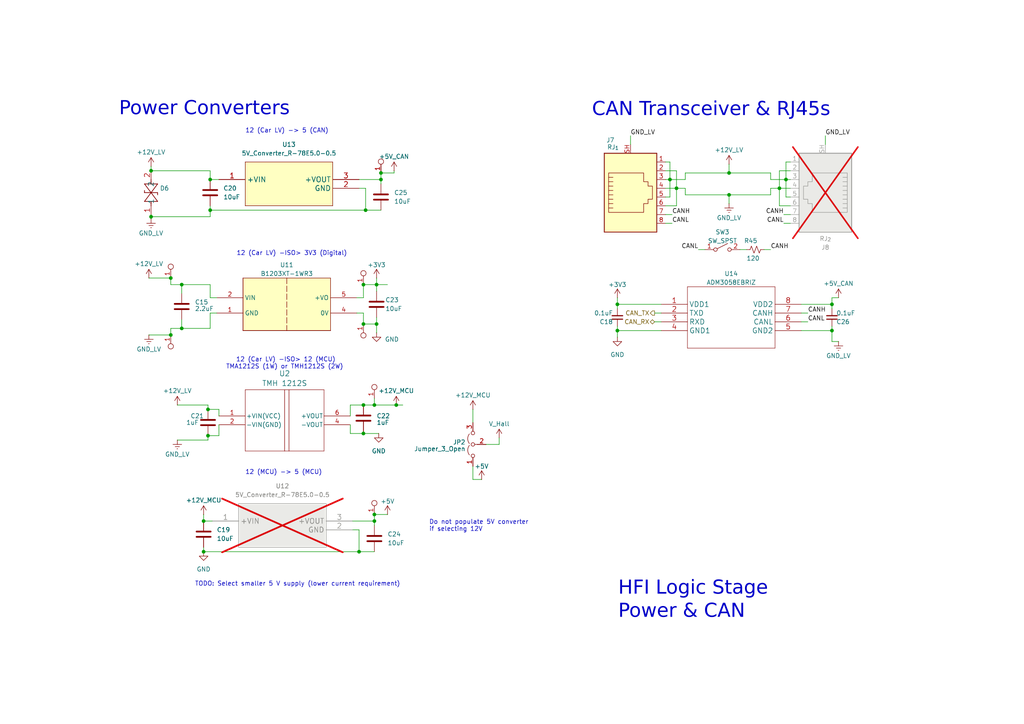
<source format=kicad_sch>
(kicad_sch
	(version 20231120)
	(generator "eeschema")
	(generator_version "8.0")
	(uuid "168c9a95-bc8f-49e5-9eb9-adc9fcf0b201")
	(paper "A4")
	(lib_symbols
		(symbol "Connector:8P8C_Shielded"
			(pin_names
				(offset 1.016)
			)
			(exclude_from_sim no)
			(in_bom yes)
			(on_board yes)
			(property "Reference" "J"
				(at -5.08 13.97 0)
				(effects
					(font
						(size 1.27 1.27)
					)
					(justify right)
				)
			)
			(property "Value" "8P8C_Shielded"
				(at 2.54 13.97 0)
				(effects
					(font
						(size 1.27 1.27)
					)
					(justify left)
				)
			)
			(property "Footprint" ""
				(at 0 0.635 90)
				(effects
					(font
						(size 1.27 1.27)
					)
					(hide yes)
				)
			)
			(property "Datasheet" "~"
				(at 0 0.635 90)
				(effects
					(font
						(size 1.27 1.27)
					)
					(hide yes)
				)
			)
			(property "Description" "RJ connector, 8P8C (8 positions 8 connected), RJ31/RJ32/RJ33/RJ34/RJ35/RJ41/RJ45/RJ49/RJ61, Shielded"
				(at 0 0 0)
				(effects
					(font
						(size 1.27 1.27)
					)
					(hide yes)
				)
			)
			(property "ki_keywords" "8P8C RJ socket connector"
				(at 0 0 0)
				(effects
					(font
						(size 1.27 1.27)
					)
					(hide yes)
				)
			)
			(property "ki_fp_filters" "8P8C* RJ31* RJ32* RJ33* RJ34* RJ35* RJ41* RJ45* RJ49* RJ61*"
				(at 0 0 0)
				(effects
					(font
						(size 1.27 1.27)
					)
					(hide yes)
				)
			)
			(symbol "8P8C_Shielded_0_1"
				(polyline
					(pts
						(xy -5.08 4.445) (xy -6.35 4.445)
					)
					(stroke
						(width 0)
						(type default)
					)
					(fill
						(type none)
					)
				)
				(polyline
					(pts
						(xy -5.08 5.715) (xy -6.35 5.715)
					)
					(stroke
						(width 0)
						(type default)
					)
					(fill
						(type none)
					)
				)
				(polyline
					(pts
						(xy -6.35 -3.175) (xy -5.08 -3.175) (xy -5.08 -3.175)
					)
					(stroke
						(width 0)
						(type default)
					)
					(fill
						(type none)
					)
				)
				(polyline
					(pts
						(xy -6.35 -1.905) (xy -5.08 -1.905) (xy -5.08 -1.905)
					)
					(stroke
						(width 0)
						(type default)
					)
					(fill
						(type none)
					)
				)
				(polyline
					(pts
						(xy -6.35 -0.635) (xy -5.08 -0.635) (xy -5.08 -0.635)
					)
					(stroke
						(width 0)
						(type default)
					)
					(fill
						(type none)
					)
				)
				(polyline
					(pts
						(xy -6.35 0.635) (xy -5.08 0.635) (xy -5.08 0.635)
					)
					(stroke
						(width 0)
						(type default)
					)
					(fill
						(type none)
					)
				)
				(polyline
					(pts
						(xy -6.35 1.905) (xy -5.08 1.905) (xy -5.08 1.905)
					)
					(stroke
						(width 0)
						(type default)
					)
					(fill
						(type none)
					)
				)
				(polyline
					(pts
						(xy -5.08 3.175) (xy -6.35 3.175) (xy -6.35 3.175)
					)
					(stroke
						(width 0)
						(type default)
					)
					(fill
						(type none)
					)
				)
				(polyline
					(pts
						(xy -6.35 -4.445) (xy -6.35 6.985) (xy 3.81 6.985) (xy 3.81 4.445) (xy 5.08 4.445) (xy 5.08 3.175)
						(xy 6.35 3.175) (xy 6.35 -0.635) (xy 5.08 -0.635) (xy 5.08 -1.905) (xy 3.81 -1.905) (xy 3.81 -4.445)
						(xy -6.35 -4.445) (xy -6.35 -4.445)
					)
					(stroke
						(width 0)
						(type default)
					)
					(fill
						(type none)
					)
				)
				(rectangle
					(start 7.62 12.7)
					(end -7.62 -10.16)
					(stroke
						(width 0.254)
						(type default)
					)
					(fill
						(type background)
					)
				)
			)
			(symbol "8P8C_Shielded_1_1"
				(pin passive line
					(at 10.16 -7.62 180)
					(length 2.54)
					(name "~"
						(effects
							(font
								(size 1.27 1.27)
							)
						)
					)
					(number "1"
						(effects
							(font
								(size 1.27 1.27)
							)
						)
					)
				)
				(pin passive line
					(at 10.16 -5.08 180)
					(length 2.54)
					(name "~"
						(effects
							(font
								(size 1.27 1.27)
							)
						)
					)
					(number "2"
						(effects
							(font
								(size 1.27 1.27)
							)
						)
					)
				)
				(pin passive line
					(at 10.16 -2.54 180)
					(length 2.54)
					(name "~"
						(effects
							(font
								(size 1.27 1.27)
							)
						)
					)
					(number "3"
						(effects
							(font
								(size 1.27 1.27)
							)
						)
					)
				)
				(pin passive line
					(at 10.16 0 180)
					(length 2.54)
					(name "~"
						(effects
							(font
								(size 1.27 1.27)
							)
						)
					)
					(number "4"
						(effects
							(font
								(size 1.27 1.27)
							)
						)
					)
				)
				(pin passive line
					(at 10.16 2.54 180)
					(length 2.54)
					(name "~"
						(effects
							(font
								(size 1.27 1.27)
							)
						)
					)
					(number "5"
						(effects
							(font
								(size 1.27 1.27)
							)
						)
					)
				)
				(pin passive line
					(at 10.16 5.08 180)
					(length 2.54)
					(name "~"
						(effects
							(font
								(size 1.27 1.27)
							)
						)
					)
					(number "6"
						(effects
							(font
								(size 1.27 1.27)
							)
						)
					)
				)
				(pin passive line
					(at 10.16 7.62 180)
					(length 2.54)
					(name "~"
						(effects
							(font
								(size 1.27 1.27)
							)
						)
					)
					(number "7"
						(effects
							(font
								(size 1.27 1.27)
							)
						)
					)
				)
				(pin passive line
					(at 10.16 10.16 180)
					(length 2.54)
					(name "~"
						(effects
							(font
								(size 1.27 1.27)
							)
						)
					)
					(number "8"
						(effects
							(font
								(size 1.27 1.27)
							)
						)
					)
				)
				(pin passive line
					(at 0 -12.7 90)
					(length 2.54)
					(name "~"
						(effects
							(font
								(size 1.27 1.27)
							)
						)
					)
					(number "SH"
						(effects
							(font
								(size 1.27 1.27)
							)
						)
					)
				)
			)
		)
		(symbol "Device:C"
			(pin_numbers hide)
			(pin_names
				(offset 0.254)
			)
			(exclude_from_sim no)
			(in_bom yes)
			(on_board yes)
			(property "Reference" "C"
				(at 0.635 2.54 0)
				(effects
					(font
						(size 1.27 1.27)
					)
					(justify left)
				)
			)
			(property "Value" "C"
				(at 0.635 -2.54 0)
				(effects
					(font
						(size 1.27 1.27)
					)
					(justify left)
				)
			)
			(property "Footprint" ""
				(at 0.9652 -3.81 0)
				(effects
					(font
						(size 1.27 1.27)
					)
					(hide yes)
				)
			)
			(property "Datasheet" "~"
				(at 0 0 0)
				(effects
					(font
						(size 1.27 1.27)
					)
					(hide yes)
				)
			)
			(property "Description" "Unpolarized capacitor"
				(at 0 0 0)
				(effects
					(font
						(size 1.27 1.27)
					)
					(hide yes)
				)
			)
			(property "ki_keywords" "cap capacitor"
				(at 0 0 0)
				(effects
					(font
						(size 1.27 1.27)
					)
					(hide yes)
				)
			)
			(property "ki_fp_filters" "C_*"
				(at 0 0 0)
				(effects
					(font
						(size 1.27 1.27)
					)
					(hide yes)
				)
			)
			(symbol "C_0_1"
				(polyline
					(pts
						(xy -2.032 -0.762) (xy 2.032 -0.762)
					)
					(stroke
						(width 0.508)
						(type default)
					)
					(fill
						(type none)
					)
				)
				(polyline
					(pts
						(xy -2.032 0.762) (xy 2.032 0.762)
					)
					(stroke
						(width 0.508)
						(type default)
					)
					(fill
						(type none)
					)
				)
			)
			(symbol "C_1_1"
				(pin passive line
					(at 0 3.81 270)
					(length 2.794)
					(name "~"
						(effects
							(font
								(size 1.27 1.27)
							)
						)
					)
					(number "1"
						(effects
							(font
								(size 1.27 1.27)
							)
						)
					)
				)
				(pin passive line
					(at 0 -3.81 90)
					(length 2.794)
					(name "~"
						(effects
							(font
								(size 1.27 1.27)
							)
						)
					)
					(number "2"
						(effects
							(font
								(size 1.27 1.27)
							)
						)
					)
				)
			)
		)
		(symbol "Device:C_Small"
			(pin_numbers hide)
			(pin_names
				(offset 0.254) hide)
			(exclude_from_sim no)
			(in_bom yes)
			(on_board yes)
			(property "Reference" "C"
				(at 0.254 1.778 0)
				(effects
					(font
						(size 1.27 1.27)
					)
					(justify left)
				)
			)
			(property "Value" "C_Small"
				(at 0.254 -2.032 0)
				(effects
					(font
						(size 1.27 1.27)
					)
					(justify left)
				)
			)
			(property "Footprint" ""
				(at 0 0 0)
				(effects
					(font
						(size 1.27 1.27)
					)
					(hide yes)
				)
			)
			(property "Datasheet" "~"
				(at 0 0 0)
				(effects
					(font
						(size 1.27 1.27)
					)
					(hide yes)
				)
			)
			(property "Description" "Unpolarized capacitor, small symbol"
				(at 0 0 0)
				(effects
					(font
						(size 1.27 1.27)
					)
					(hide yes)
				)
			)
			(property "ki_keywords" "capacitor cap"
				(at 0 0 0)
				(effects
					(font
						(size 1.27 1.27)
					)
					(hide yes)
				)
			)
			(property "ki_fp_filters" "C_*"
				(at 0 0 0)
				(effects
					(font
						(size 1.27 1.27)
					)
					(hide yes)
				)
			)
			(symbol "C_Small_0_1"
				(polyline
					(pts
						(xy -1.524 -0.508) (xy 1.524 -0.508)
					)
					(stroke
						(width 0.3302)
						(type default)
					)
					(fill
						(type none)
					)
				)
				(polyline
					(pts
						(xy -1.524 0.508) (xy 1.524 0.508)
					)
					(stroke
						(width 0.3048)
						(type default)
					)
					(fill
						(type none)
					)
				)
			)
			(symbol "C_Small_1_1"
				(pin passive line
					(at 0 2.54 270)
					(length 2.032)
					(name "~"
						(effects
							(font
								(size 1.27 1.27)
							)
						)
					)
					(number "1"
						(effects
							(font
								(size 1.27 1.27)
							)
						)
					)
				)
				(pin passive line
					(at 0 -2.54 90)
					(length 2.032)
					(name "~"
						(effects
							(font
								(size 1.27 1.27)
							)
						)
					)
					(number "2"
						(effects
							(font
								(size 1.27 1.27)
							)
						)
					)
				)
			)
		)
		(symbol "Device:R_Small_US"
			(pin_numbers hide)
			(pin_names
				(offset 0.254) hide)
			(exclude_from_sim no)
			(in_bom yes)
			(on_board yes)
			(property "Reference" "R"
				(at 0.762 0.508 0)
				(effects
					(font
						(size 1.27 1.27)
					)
					(justify left)
				)
			)
			(property "Value" "R_Small_US"
				(at 0.762 -1.016 0)
				(effects
					(font
						(size 1.27 1.27)
					)
					(justify left)
				)
			)
			(property "Footprint" ""
				(at 0 0 0)
				(effects
					(font
						(size 1.27 1.27)
					)
					(hide yes)
				)
			)
			(property "Datasheet" "~"
				(at 0 0 0)
				(effects
					(font
						(size 1.27 1.27)
					)
					(hide yes)
				)
			)
			(property "Description" "Resistor, small US symbol"
				(at 0 0 0)
				(effects
					(font
						(size 1.27 1.27)
					)
					(hide yes)
				)
			)
			(property "ki_keywords" "r resistor"
				(at 0 0 0)
				(effects
					(font
						(size 1.27 1.27)
					)
					(hide yes)
				)
			)
			(property "ki_fp_filters" "R_*"
				(at 0 0 0)
				(effects
					(font
						(size 1.27 1.27)
					)
					(hide yes)
				)
			)
			(symbol "R_Small_US_1_1"
				(polyline
					(pts
						(xy 0 0) (xy 1.016 -0.381) (xy 0 -0.762) (xy -1.016 -1.143) (xy 0 -1.524)
					)
					(stroke
						(width 0)
						(type default)
					)
					(fill
						(type none)
					)
				)
				(polyline
					(pts
						(xy 0 1.524) (xy 1.016 1.143) (xy 0 0.762) (xy -1.016 0.381) (xy 0 0)
					)
					(stroke
						(width 0)
						(type default)
					)
					(fill
						(type none)
					)
				)
				(pin passive line
					(at 0 2.54 270)
					(length 1.016)
					(name "~"
						(effects
							(font
								(size 1.27 1.27)
							)
						)
					)
					(number "1"
						(effects
							(font
								(size 1.27 1.27)
							)
						)
					)
				)
				(pin passive line
					(at 0 -2.54 90)
					(length 1.016)
					(name "~"
						(effects
							(font
								(size 1.27 1.27)
							)
						)
					)
					(number "2"
						(effects
							(font
								(size 1.27 1.27)
							)
						)
					)
				)
			)
		)
		(symbol "GTSR_symbol_lib:12V_TVS_ESD12VD3B-TP"
			(exclude_from_sim no)
			(in_bom yes)
			(on_board yes)
			(property "Reference" "D"
				(at 0 -3.81 0)
				(effects
					(font
						(size 1.27 1.27)
					)
				)
			)
			(property "Value" "12V_TVS_ESD12VD3B-TP"
				(at 0 -6.35 0)
				(effects
					(font
						(size 1.27 1.27)
					)
				)
			)
			(property "Footprint" "GTSR_KiCAD_Footprints:ESD12VD3B-TP"
				(at -6.35 0 0)
				(effects
					(font
						(size 1.27 1.27)
					)
					(hide yes)
				)
			)
			(property "Datasheet" "https://www.mccsemi.com/pdf/Products/ESD12VD3B(SOD-323).pdf"
				(at -6.35 0 0)
				(effects
					(font
						(size 1.27 1.27)
					)
					(hide yes)
				)
			)
			(property "Description" ""
				(at 0 0 0)
				(effects
					(font
						(size 1.27 1.27)
					)
					(hide yes)
				)
			)
			(symbol "12V_TVS_ESD12VD3B-TP_1_1"
				(polyline
					(pts
						(xy -3.81 0) (xy -2.8702 0)
					)
					(stroke
						(width 0.2032)
						(type default)
					)
					(fill
						(type none)
					)
				)
				(polyline
					(pts
						(xy -3.175 0) (xy -2.54 0)
					)
					(stroke
						(width 0.2032)
						(type default)
					)
					(fill
						(type none)
					)
				)
				(polyline
					(pts
						(xy -2.54 -1.905) (xy 0 0)
					)
					(stroke
						(width 0.2032)
						(type default)
					)
					(fill
						(type none)
					)
				)
				(polyline
					(pts
						(xy -2.54 1.905) (xy -2.54 -1.905)
					)
					(stroke
						(width 0.2032)
						(type default)
					)
					(fill
						(type none)
					)
				)
				(polyline
					(pts
						(xy 0 -1.905) (xy -0.635 -1.905)
					)
					(stroke
						(width 0.2032)
						(type default)
					)
					(fill
						(type none)
					)
				)
				(polyline
					(pts
						(xy 0 0) (xy -2.54 1.905)
					)
					(stroke
						(width 0.2032)
						(type default)
					)
					(fill
						(type none)
					)
				)
				(polyline
					(pts
						(xy 0 0) (xy 2.54 -1.905)
					)
					(stroke
						(width 0.2032)
						(type default)
					)
					(fill
						(type none)
					)
				)
				(polyline
					(pts
						(xy 0 1.905) (xy 0 -1.905)
					)
					(stroke
						(width 0.2032)
						(type default)
					)
					(fill
						(type none)
					)
				)
				(polyline
					(pts
						(xy 0 1.905) (xy 0.635 1.905)
					)
					(stroke
						(width 0.2032)
						(type default)
					)
					(fill
						(type none)
					)
				)
				(polyline
					(pts
						(xy 2.54 -1.905) (xy 2.54 1.905)
					)
					(stroke
						(width 0.2032)
						(type default)
					)
					(fill
						(type none)
					)
				)
				(polyline
					(pts
						(xy 2.54 1.905) (xy 0 0)
					)
					(stroke
						(width 0.2032)
						(type default)
					)
					(fill
						(type none)
					)
				)
				(polyline
					(pts
						(xy 3.175 0) (xy 2.54 0)
					)
					(stroke
						(width 0.2032)
						(type default)
					)
					(fill
						(type none)
					)
				)
				(polyline
					(pts
						(xy 3.81 0) (xy 2.8702 0)
					)
					(stroke
						(width 0.2032)
						(type default)
					)
					(fill
						(type none)
					)
				)
				(pin unspecified line
					(at 6.35 0 180)
					(length 2.54)
					(name "1"
						(effects
							(font
								(size 1.4986 1.4986)
							)
						)
					)
					(number "1"
						(effects
							(font
								(size 1.4986 1.4986)
							)
						)
					)
				)
				(pin unspecified line
					(at -6.35 0 0)
					(length 2.54)
					(name "2"
						(effects
							(font
								(size 1.4986 1.4986)
							)
						)
					)
					(number "2"
						(effects
							(font
								(size 1.4986 1.4986)
							)
						)
					)
				)
			)
		)
		(symbol "GTSR_symbol_lib:5V_Converter_R-78E5.0-0.5"
			(exclude_from_sim no)
			(in_bom yes)
			(on_board yes)
			(property "Reference" "U"
				(at 0 -11.43 0)
				(effects
					(font
						(size 1.27 1.27)
					)
				)
			)
			(property "Value" "5V_Converter_R-78E5.0-0.5"
				(at 0 -8.89 0)
				(effects
					(font
						(size 1.27 1.27)
					)
				)
			)
			(property "Footprint" "GTSR_KiCAD_Footprints:R-78E5.0-0.5"
				(at -1.27 -16.51 0)
				(effects
					(font
						(size 1.27 1.27)
					)
					(hide yes)
				)
			)
			(property "Datasheet" "https://recom-power.com/pdf/Innoline/R-78E-0.5.pdf"
				(at -1.27 -16.51 0)
				(effects
					(font
						(size 1.27 1.27)
					)
					(hide yes)
				)
			)
			(property "Description" ""
				(at 0 0 0)
				(effects
					(font
						(size 1.27 1.27)
					)
					(hide yes)
				)
			)
			(symbol "5V_Converter_R-78E5.0-0.5_0_1"
				(rectangle
					(start -12.7 6.35)
					(end 12.7 -6.35)
					(stroke
						(width 0)
						(type default)
					)
					(fill
						(type background)
					)
				)
			)
			(symbol "5V_Converter_R-78E5.0-0.5_1_1"
				(pin power_in line
					(at -20.32 1.27 0)
					(length 7.62)
					(name "+VIN"
						(effects
							(font
								(size 1.4986 1.4986)
							)
						)
					)
					(number "1"
						(effects
							(font
								(size 1.4986 1.4986)
							)
						)
					)
				)
				(pin power_in line
					(at 20.32 -1.27 180)
					(length 7.62)
					(name "GND"
						(effects
							(font
								(size 1.4986 1.4986)
							)
						)
					)
					(number "2"
						(effects
							(font
								(size 1.4986 1.4986)
							)
						)
					)
				)
				(pin power_in line
					(at 20.32 1.27 180)
					(length 7.62)
					(name "+VOUT"
						(effects
							(font
								(size 1.4986 1.4986)
							)
						)
					)
					(number "3"
						(effects
							(font
								(size 1.4986 1.4986)
							)
						)
					)
				)
			)
		)
		(symbol "GTSR_symbol_lib:B1203XT-1WR3"
			(exclude_from_sim no)
			(in_bom yes)
			(on_board yes)
			(property "Reference" "U"
				(at 0 0 0)
				(effects
					(font
						(size 1.27 1.27)
					)
				)
			)
			(property "Value" "B1203XT-1WR3"
				(at 0 0 0)
				(effects
					(font
						(size 1.27 1.27)
					)
				)
			)
			(property "Footprint" "GTSR_KiCAD_Footprints:B_XT-1WR3_MNS-M"
				(at 0 0 0)
				(effects
					(font
						(size 1.27 1.27)
					)
					(hide yes)
				)
			)
			(property "Datasheet" "https://www.digikey.com/en/products/detail/mornsun-america-llc/B1203XT-1WR3/16348385"
				(at 0 0 0)
				(effects
					(font
						(size 1.27 1.27)
					)
					(hide yes)
				)
			)
			(property "Description" ""
				(at 0 0 0)
				(effects
					(font
						(size 1.27 1.27)
					)
					(hide yes)
				)
			)
			(symbol "B1203XT-1WR3_0_1"
				(rectangle
					(start -12.7 -1.905)
					(end 12.7 -17.145)
					(stroke
						(width 0)
						(type default)
					)
					(fill
						(type background)
					)
				)
				(polyline
					(pts
						(xy -12.7 -17.145) (xy 12.7 -17.145)
					)
					(stroke
						(width 0.127)
						(type default)
					)
					(fill
						(type none)
					)
				)
				(polyline
					(pts
						(xy -12.7 -1.905) (xy -12.7 -17.145)
					)
					(stroke
						(width 0.127)
						(type default)
					)
					(fill
						(type none)
					)
				)
				(polyline
					(pts
						(xy 0 -1.905) (xy 0 -17.145)
					)
					(stroke
						(width 0)
						(type dash)
					)
					(fill
						(type none)
					)
				)
				(pin power_out line
					(at -20.32 -12.065 0)
					(length 7.62)
					(name "GND"
						(effects
							(font
								(size 1.27 1.27)
							)
						)
					)
					(number "1"
						(effects
							(font
								(size 1.27 1.27)
							)
						)
					)
				)
				(pin power_in line
					(at -20.32 -7.62 0)
					(length 7.62)
					(name "VIN"
						(effects
							(font
								(size 1.27 1.27)
							)
						)
					)
					(number "2"
						(effects
							(font
								(size 1.27 1.27)
							)
						)
					)
				)
				(pin unspecified line
					(at 20.32 -12.065 180)
					(length 7.62)
					(name "0V"
						(effects
							(font
								(size 1.27 1.27)
							)
						)
					)
					(number "4"
						(effects
							(font
								(size 1.27 1.27)
							)
						)
					)
				)
				(pin power_in line
					(at 20.32 -7.62 180)
					(length 7.62)
					(name "+VO"
						(effects
							(font
								(size 1.27 1.27)
							)
						)
					)
					(number "5"
						(effects
							(font
								(size 1.27 1.27)
							)
						)
					)
				)
				(pin no_connect line
					(at 20.32 -3.81 180)
					(length 7.62) hide
					(name "NC"
						(effects
							(font
								(size 1.27 1.27)
							)
						)
					)
					(number "8"
						(effects
							(font
								(size 1.27 1.27)
							)
						)
					)
				)
			)
		)
		(symbol "GTSR_symbol_lib:CAN_Trans_ADM3058EBRIZ"
			(exclude_from_sim no)
			(in_bom yes)
			(on_board yes)
			(property "Reference" "U"
				(at 0 -10.16 0)
				(effects
					(font
						(size 1.27 1.27)
					)
				)
			)
			(property "Value" "CAN_Trans_ADM3058EBRIZ"
				(at 0 -12.7 0)
				(effects
					(font
						(size 1.27 1.27)
					)
				)
			)
			(property "Footprint" "GTSR_KiCAD_Footprints:8-SOIC_ADM3058EBRIZ"
				(at 0 -8.89 0)
				(effects
					(font
						(size 1.27 1.27)
					)
					(hide yes)
				)
			)
			(property "Datasheet" "https://www.analog.com/media/en/technical-documentation/data-sheets/adm3058e.pdf"
				(at 0 -8.89 0)
				(effects
					(font
						(size 1.27 1.27)
					)
					(hide yes)
				)
			)
			(property "Description" ""
				(at 0 0 0)
				(effects
					(font
						(size 1.27 1.27)
					)
					(hide yes)
				)
			)
			(symbol "CAN_Trans_ADM3058EBRIZ_1_1"
				(polyline
					(pts
						(xy -12.7 -8.89) (xy 12.7 -8.89)
					)
					(stroke
						(width 0.127)
						(type default)
					)
					(fill
						(type none)
					)
				)
				(polyline
					(pts
						(xy -12.7 8.89) (xy -12.7 -8.89)
					)
					(stroke
						(width 0.127)
						(type default)
					)
					(fill
						(type none)
					)
				)
				(polyline
					(pts
						(xy 12.7 -8.89) (xy 12.7 8.89)
					)
					(stroke
						(width 0.127)
						(type default)
					)
					(fill
						(type none)
					)
				)
				(polyline
					(pts
						(xy 12.7 8.89) (xy -12.7 8.89)
					)
					(stroke
						(width 0.127)
						(type default)
					)
					(fill
						(type none)
					)
				)
				(pin unspecified line
					(at -20.32 3.81 0)
					(length 7.62)
					(name "VDD1"
						(effects
							(font
								(size 1.4986 1.4986)
							)
						)
					)
					(number "1"
						(effects
							(font
								(size 1.4986 1.4986)
							)
						)
					)
				)
				(pin unspecified line
					(at -20.32 1.27 0)
					(length 7.62)
					(name "TXD"
						(effects
							(font
								(size 1.4986 1.4986)
							)
						)
					)
					(number "2"
						(effects
							(font
								(size 1.4986 1.4986)
							)
						)
					)
				)
				(pin unspecified line
					(at -20.32 -1.27 0)
					(length 7.62)
					(name "RXD"
						(effects
							(font
								(size 1.4986 1.4986)
							)
						)
					)
					(number "3"
						(effects
							(font
								(size 1.4986 1.4986)
							)
						)
					)
				)
				(pin unspecified line
					(at -20.32 -3.81 0)
					(length 7.62)
					(name "GND1"
						(effects
							(font
								(size 1.4986 1.4986)
							)
						)
					)
					(number "4"
						(effects
							(font
								(size 1.4986 1.4986)
							)
						)
					)
				)
				(pin unspecified line
					(at 20.32 -3.81 180)
					(length 7.62)
					(name "GND2"
						(effects
							(font
								(size 1.4986 1.4986)
							)
						)
					)
					(number "5"
						(effects
							(font
								(size 1.4986 1.4986)
							)
						)
					)
				)
				(pin unspecified line
					(at 20.32 -1.27 180)
					(length 7.62)
					(name "CANL"
						(effects
							(font
								(size 1.4986 1.4986)
							)
						)
					)
					(number "6"
						(effects
							(font
								(size 1.4986 1.4986)
							)
						)
					)
				)
				(pin unspecified line
					(at 20.32 1.27 180)
					(length 7.62)
					(name "CANH"
						(effects
							(font
								(size 1.4986 1.4986)
							)
						)
					)
					(number "7"
						(effects
							(font
								(size 1.4986 1.4986)
							)
						)
					)
				)
				(pin unspecified line
					(at 20.32 3.81 180)
					(length 7.62)
					(name "VDD2"
						(effects
							(font
								(size 1.4986 1.4986)
							)
						)
					)
					(number "8"
						(effects
							(font
								(size 1.4986 1.4986)
							)
						)
					)
				)
			)
		)
		(symbol "HEI_Logic:TMH_1212S"
			(pin_names
				(offset 0.254)
			)
			(exclude_from_sim no)
			(in_bom yes)
			(on_board yes)
			(property "Reference" "U10"
				(at 18.415 10.795 0)
				(effects
					(font
						(size 1.524 1.524)
					)
				)
			)
			(property "Value" "TMH 1212S"
				(at 19.05 8.89 0)
				(effects
					(font
						(size 1.524 1.524)
					)
				)
			)
			(property "Footprint" "GTSR_KiCAD_Footprints:TMH SINGLE_TRP"
				(at 0 0 0)
				(effects
					(font
						(size 1.27 1.27)
						(italic yes)
					)
					(hide yes)
				)
			)
			(property "Datasheet" "https://www.digikey.com/en/products/detail/traco-power/TMH-1212S/9383360"
				(at 0 0 0)
				(effects
					(font
						(size 1.27 1.27)
						(italic yes)
					)
					(hide yes)
				)
			)
			(property "Description" ""
				(at 0 0 0)
				(effects
					(font
						(size 1.27 1.27)
					)
					(hide yes)
				)
			)
			(property "Populate" ""
				(at 0 0 0)
				(effects
					(font
						(size 1.27 1.27)
					)
				)
			)
			(property "ki_locked" ""
				(at 0 0 0)
				(effects
					(font
						(size 1.27 1.27)
					)
				)
			)
			(property "ki_keywords" "TMH 1212S"
				(at 0 0 0)
				(effects
					(font
						(size 1.27 1.27)
					)
					(hide yes)
				)
			)
			(property "ki_fp_filters" "TMH SINGLE_TRP"
				(at 0 0 0)
				(effects
					(font
						(size 1.27 1.27)
					)
					(hide yes)
				)
			)
			(symbol "TMH_1212S_0_1"
				(polyline
					(pts
						(xy 7.62 -10.16) (xy 30.48 -10.16)
					)
					(stroke
						(width 0.127)
						(type default)
					)
					(fill
						(type none)
					)
				)
				(polyline
					(pts
						(xy 7.62 7.62) (xy 7.62 -10.16)
					)
					(stroke
						(width 0.127)
						(type default)
					)
					(fill
						(type none)
					)
				)
				(polyline
					(pts
						(xy 30.48 -10.16) (xy 30.48 7.62)
					)
					(stroke
						(width 0.127)
						(type default)
					)
					(fill
						(type none)
					)
				)
				(polyline
					(pts
						(xy 30.48 7.62) (xy 7.62 7.62)
					)
					(stroke
						(width 0.127)
						(type default)
					)
					(fill
						(type none)
					)
				)
				(pin power_in line
					(at 0 0 0)
					(length 7.62)
					(name "+VIN(VCC)"
						(effects
							(font
								(size 1.27 1.27)
							)
						)
					)
					(number "1"
						(effects
							(font
								(size 1.27 1.27)
							)
						)
					)
				)
				(pin power_out line
					(at 0 -2.54 0)
					(length 7.62)
					(name "-VIN(GND)"
						(effects
							(font
								(size 1.27 1.27)
							)
						)
					)
					(number "2"
						(effects
							(font
								(size 1.27 1.27)
							)
						)
					)
				)
				(pin power_in line
					(at 38.1 -2.54 180)
					(length 7.62)
					(name "-VOUT"
						(effects
							(font
								(size 1.27 1.27)
							)
						)
					)
					(number "4"
						(effects
							(font
								(size 1.27 1.27)
							)
						)
					)
				)
				(pin power_in line
					(at 38.1 0 180)
					(length 7.62)
					(name "+VOUT"
						(effects
							(font
								(size 1.27 1.27)
							)
						)
					)
					(number "6"
						(effects
							(font
								(size 1.27 1.27)
							)
						)
					)
				)
			)
			(symbol "TMH_1212S_1_1"
				(polyline
					(pts
						(xy 19.05 7.62) (xy 19.05 -10.16)
					)
					(stroke
						(width 0)
						(type default)
					)
					(fill
						(type none)
					)
				)
				(polyline
					(pts
						(xy 20.32 7.62) (xy 20.32 -10.16)
					)
					(stroke
						(width 0)
						(type default)
					)
					(fill
						(type none)
					)
				)
			)
		)
		(symbol "Jumper:Jumper_3_Open"
			(pin_names
				(offset 0) hide)
			(exclude_from_sim yes)
			(in_bom no)
			(on_board yes)
			(property "Reference" "JP"
				(at -2.54 -2.54 0)
				(effects
					(font
						(size 1.27 1.27)
					)
				)
			)
			(property "Value" "Jumper_3_Open"
				(at 0 2.794 0)
				(effects
					(font
						(size 1.27 1.27)
					)
				)
			)
			(property "Footprint" ""
				(at 0 0 0)
				(effects
					(font
						(size 1.27 1.27)
					)
					(hide yes)
				)
			)
			(property "Datasheet" "~"
				(at 0 0 0)
				(effects
					(font
						(size 1.27 1.27)
					)
					(hide yes)
				)
			)
			(property "Description" "Jumper, 3-pole, both open"
				(at 0 0 0)
				(effects
					(font
						(size 1.27 1.27)
					)
					(hide yes)
				)
			)
			(property "ki_keywords" "Jumper SPDT"
				(at 0 0 0)
				(effects
					(font
						(size 1.27 1.27)
					)
					(hide yes)
				)
			)
			(property "ki_fp_filters" "Jumper* TestPoint*3Pads* TestPoint*Bridge*"
				(at 0 0 0)
				(effects
					(font
						(size 1.27 1.27)
					)
					(hide yes)
				)
			)
			(symbol "Jumper_3_Open_0_0"
				(circle
					(center -3.302 0)
					(radius 0.508)
					(stroke
						(width 0)
						(type default)
					)
					(fill
						(type none)
					)
				)
				(circle
					(center 0 0)
					(radius 0.508)
					(stroke
						(width 0)
						(type default)
					)
					(fill
						(type none)
					)
				)
				(circle
					(center 3.302 0)
					(radius 0.508)
					(stroke
						(width 0)
						(type default)
					)
					(fill
						(type none)
					)
				)
			)
			(symbol "Jumper_3_Open_0_1"
				(arc
					(start -0.254 1.016)
					(mid -1.651 1.4992)
					(end -3.048 1.016)
					(stroke
						(width 0)
						(type default)
					)
					(fill
						(type none)
					)
				)
				(polyline
					(pts
						(xy 0 -0.508) (xy 0 -1.27)
					)
					(stroke
						(width 0)
						(type default)
					)
					(fill
						(type none)
					)
				)
				(arc
					(start 3.048 1.016)
					(mid 1.651 1.4992)
					(end 0.254 1.016)
					(stroke
						(width 0)
						(type default)
					)
					(fill
						(type none)
					)
				)
			)
			(symbol "Jumper_3_Open_1_1"
				(pin passive line
					(at -6.35 0 0)
					(length 2.54)
					(name "A"
						(effects
							(font
								(size 1.27 1.27)
							)
						)
					)
					(number "1"
						(effects
							(font
								(size 1.27 1.27)
							)
						)
					)
				)
				(pin passive line
					(at 0 -3.81 90)
					(length 2.54)
					(name "C"
						(effects
							(font
								(size 1.27 1.27)
							)
						)
					)
					(number "2"
						(effects
							(font
								(size 1.27 1.27)
							)
						)
					)
				)
				(pin passive line
					(at 6.35 0 180)
					(length 2.54)
					(name "B"
						(effects
							(font
								(size 1.27 1.27)
							)
						)
					)
					(number "3"
						(effects
							(font
								(size 1.27 1.27)
							)
						)
					)
				)
			)
		)
		(symbol "Switch:SW_SPST"
			(pin_names
				(offset 0) hide)
			(exclude_from_sim no)
			(in_bom yes)
			(on_board yes)
			(property "Reference" "SW"
				(at 0 3.175 0)
				(effects
					(font
						(size 1.27 1.27)
					)
				)
			)
			(property "Value" "SW_SPST"
				(at 0 -2.54 0)
				(effects
					(font
						(size 1.27 1.27)
					)
				)
			)
			(property "Footprint" ""
				(at 0 0 0)
				(effects
					(font
						(size 1.27 1.27)
					)
					(hide yes)
				)
			)
			(property "Datasheet" "~"
				(at 0 0 0)
				(effects
					(font
						(size 1.27 1.27)
					)
					(hide yes)
				)
			)
			(property "Description" "Single Pole Single Throw (SPST) switch"
				(at 0 0 0)
				(effects
					(font
						(size 1.27 1.27)
					)
					(hide yes)
				)
			)
			(property "ki_keywords" "switch lever"
				(at 0 0 0)
				(effects
					(font
						(size 1.27 1.27)
					)
					(hide yes)
				)
			)
			(symbol "SW_SPST_0_0"
				(circle
					(center -2.032 0)
					(radius 0.508)
					(stroke
						(width 0)
						(type default)
					)
					(fill
						(type none)
					)
				)
				(polyline
					(pts
						(xy -1.524 0.254) (xy 1.524 1.778)
					)
					(stroke
						(width 0)
						(type default)
					)
					(fill
						(type none)
					)
				)
				(circle
					(center 2.032 0)
					(radius 0.508)
					(stroke
						(width 0)
						(type default)
					)
					(fill
						(type none)
					)
				)
			)
			(symbol "SW_SPST_1_1"
				(pin passive line
					(at -5.08 0 0)
					(length 2.54)
					(name "A"
						(effects
							(font
								(size 1.27 1.27)
							)
						)
					)
					(number "1"
						(effects
							(font
								(size 1.27 1.27)
							)
						)
					)
				)
				(pin passive line
					(at 5.08 0 180)
					(length 2.54)
					(name "B"
						(effects
							(font
								(size 1.27 1.27)
							)
						)
					)
					(number "2"
						(effects
							(font
								(size 1.27 1.27)
							)
						)
					)
				)
			)
		)
		(symbol "Test_Point_1"
			(exclude_from_sim no)
			(in_bom yes)
			(on_board yes)
			(property "Reference" "TP2"
				(at -3.175 1.27 0)
				(effects
					(font
						(size 1.27 1.27)
					)
					(justify left)
					(hide yes)
				)
			)
			(property "Value" "Test_Point"
				(at -2.0321 2.54 0)
				(effects
					(font
						(size 1.27 1.27)
					)
					(justify left)
					(hide yes)
				)
			)
			(property "Footprint" "TestPoint:TestPoint_Pad_D1.0mm"
				(at 7.62 0 0)
				(effects
					(font
						(size 1.27 1.27)
					)
					(hide yes)
				)
			)
			(property "Datasheet" ""
				(at 7.62 0 0)
				(effects
					(font
						(size 1.27 1.27)
					)
					(hide yes)
				)
			)
			(property "Description" ""
				(at 0 0 0)
				(effects
					(font
						(size 1.27 1.27)
					)
					(hide yes)
				)
			)
			(property "Populate" ""
				(at 0 0 0)
				(effects
					(font
						(size 1.27 1.27)
					)
				)
			)
			(symbol "Test_Point_1_0_1"
				(circle
					(center 0 3.302)
					(radius 0.762)
					(stroke
						(width 0)
						(type default)
					)
					(fill
						(type none)
					)
				)
			)
			(symbol "Test_Point_1_1_1"
				(pin passive line
					(at 0 0 90)
					(length 2.54)
					(name ""
						(effects
							(font
								(size 1.27 1.27)
							)
						)
					)
					(number "1"
						(effects
							(font
								(size 1.27 1.27)
							)
						)
					)
				)
			)
		)
		(symbol "power:+3V3"
			(power)
			(pin_numbers hide)
			(pin_names
				(offset 0) hide)
			(exclude_from_sim no)
			(in_bom yes)
			(on_board yes)
			(property "Reference" "#PWR"
				(at 0 -3.81 0)
				(effects
					(font
						(size 1.27 1.27)
					)
					(hide yes)
				)
			)
			(property "Value" "+3V3"
				(at 0 3.556 0)
				(effects
					(font
						(size 1.27 1.27)
					)
				)
			)
			(property "Footprint" ""
				(at 0 0 0)
				(effects
					(font
						(size 1.27 1.27)
					)
					(hide yes)
				)
			)
			(property "Datasheet" ""
				(at 0 0 0)
				(effects
					(font
						(size 1.27 1.27)
					)
					(hide yes)
				)
			)
			(property "Description" "Power symbol creates a global label with name \"+3V3\""
				(at 0 0 0)
				(effects
					(font
						(size 1.27 1.27)
					)
					(hide yes)
				)
			)
			(property "ki_keywords" "global power"
				(at 0 0 0)
				(effects
					(font
						(size 1.27 1.27)
					)
					(hide yes)
				)
			)
			(symbol "+3V3_0_1"
				(polyline
					(pts
						(xy -0.762 1.27) (xy 0 2.54)
					)
					(stroke
						(width 0)
						(type default)
					)
					(fill
						(type none)
					)
				)
				(polyline
					(pts
						(xy 0 0) (xy 0 2.54)
					)
					(stroke
						(width 0)
						(type default)
					)
					(fill
						(type none)
					)
				)
				(polyline
					(pts
						(xy 0 2.54) (xy 0.762 1.27)
					)
					(stroke
						(width 0)
						(type default)
					)
					(fill
						(type none)
					)
				)
			)
			(symbol "+3V3_1_1"
				(pin power_in line
					(at 0 0 90)
					(length 0)
					(name "~"
						(effects
							(font
								(size 1.27 1.27)
							)
						)
					)
					(number "1"
						(effects
							(font
								(size 1.27 1.27)
							)
						)
					)
				)
			)
		)
		(symbol "power:GND"
			(power)
			(pin_numbers hide)
			(pin_names
				(offset 0) hide)
			(exclude_from_sim no)
			(in_bom yes)
			(on_board yes)
			(property "Reference" "#PWR"
				(at 0 -6.35 0)
				(effects
					(font
						(size 1.27 1.27)
					)
					(hide yes)
				)
			)
			(property "Value" "GND"
				(at 0 -3.81 0)
				(effects
					(font
						(size 1.27 1.27)
					)
				)
			)
			(property "Footprint" ""
				(at 0 0 0)
				(effects
					(font
						(size 1.27 1.27)
					)
					(hide yes)
				)
			)
			(property "Datasheet" ""
				(at 0 0 0)
				(effects
					(font
						(size 1.27 1.27)
					)
					(hide yes)
				)
			)
			(property "Description" "Power symbol creates a global label with name \"GND\" , ground"
				(at 0 0 0)
				(effects
					(font
						(size 1.27 1.27)
					)
					(hide yes)
				)
			)
			(property "ki_keywords" "global power"
				(at 0 0 0)
				(effects
					(font
						(size 1.27 1.27)
					)
					(hide yes)
				)
			)
			(symbol "GND_0_1"
				(polyline
					(pts
						(xy 0 0) (xy 0 -1.27) (xy 1.27 -1.27) (xy 0 -2.54) (xy -1.27 -1.27) (xy 0 -1.27)
					)
					(stroke
						(width 0)
						(type default)
					)
					(fill
						(type none)
					)
				)
			)
			(symbol "GND_1_1"
				(pin power_in line
					(at 0 0 270)
					(length 0)
					(name "~"
						(effects
							(font
								(size 1.27 1.27)
							)
						)
					)
					(number "1"
						(effects
							(font
								(size 1.27 1.27)
							)
						)
					)
				)
			)
		)
		(symbol "power:GNDREF"
			(power)
			(pin_numbers hide)
			(pin_names
				(offset 0) hide)
			(exclude_from_sim no)
			(in_bom yes)
			(on_board yes)
			(property "Reference" "#PWR"
				(at 0 -6.35 0)
				(effects
					(font
						(size 1.27 1.27)
					)
					(hide yes)
				)
			)
			(property "Value" "GNDREF"
				(at 0 -3.81 0)
				(effects
					(font
						(size 1.27 1.27)
					)
				)
			)
			(property "Footprint" ""
				(at 0 0 0)
				(effects
					(font
						(size 1.27 1.27)
					)
					(hide yes)
				)
			)
			(property "Datasheet" ""
				(at 0 0 0)
				(effects
					(font
						(size 1.27 1.27)
					)
					(hide yes)
				)
			)
			(property "Description" "Power symbol creates a global label with name \"GNDREF\" , reference supply ground"
				(at 0 0 0)
				(effects
					(font
						(size 1.27 1.27)
					)
					(hide yes)
				)
			)
			(property "ki_keywords" "global power"
				(at 0 0 0)
				(effects
					(font
						(size 1.27 1.27)
					)
					(hide yes)
				)
			)
			(symbol "GNDREF_0_1"
				(polyline
					(pts
						(xy -0.635 -1.905) (xy 0.635 -1.905)
					)
					(stroke
						(width 0)
						(type default)
					)
					(fill
						(type none)
					)
				)
				(polyline
					(pts
						(xy -0.127 -2.54) (xy 0.127 -2.54)
					)
					(stroke
						(width 0)
						(type default)
					)
					(fill
						(type none)
					)
				)
				(polyline
					(pts
						(xy 0 -1.27) (xy 0 0)
					)
					(stroke
						(width 0)
						(type default)
					)
					(fill
						(type none)
					)
				)
				(polyline
					(pts
						(xy 1.27 -1.27) (xy -1.27 -1.27)
					)
					(stroke
						(width 0)
						(type default)
					)
					(fill
						(type none)
					)
				)
			)
			(symbol "GNDREF_1_1"
				(pin power_in line
					(at 0 0 270)
					(length 0)
					(name "~"
						(effects
							(font
								(size 1.27 1.27)
							)
						)
					)
					(number "1"
						(effects
							(font
								(size 1.27 1.27)
							)
						)
					)
				)
			)
		)
	)
	(junction
		(at 49.53 80.645)
		(diameter 0)
		(color 0 0 0 0)
		(uuid "00cd037d-e682-483b-93fd-58b9e13e7bc1")
	)
	(junction
		(at 211.455 50.165)
		(diameter 0)
		(color 0 0 0 0)
		(uuid "03ec733f-1fca-46fb-8972-37802424fdff")
	)
	(junction
		(at 52.705 82.55)
		(diameter 0)
		(color 0 0 0 0)
		(uuid "1130a08e-3165-4942-9911-843e72617edd")
	)
	(junction
		(at 194.31 52.07)
		(diameter 0)
		(color 0 0 0 0)
		(uuid "1795b93e-4d80-4c56-8ed5-53a455083e07")
	)
	(junction
		(at 43.815 62.865)
		(diameter 0)
		(color 0 0 0 0)
		(uuid "18e42937-ba3a-4c32-a4c2-5969224c5cc8")
	)
	(junction
		(at 43.815 49.53)
		(diameter 0)
		(color 0 0 0 0)
		(uuid "1b63a1fa-0166-4137-8c0d-a81b84d7e2c0")
	)
	(junction
		(at 241.3 88.265)
		(diameter 0)
		(color 0 0 0 0)
		(uuid "2a973335-7cf4-4361-96b8-afc791f813cf")
	)
	(junction
		(at 60.96 52.07)
		(diameter 0)
		(color 0 0 0 0)
		(uuid "3896ac17-ddf6-46e3-9171-2c22e4cc56ba")
	)
	(junction
		(at 49.53 97.155)
		(diameter 0)
		(color 0 0 0 0)
		(uuid "3ff74c13-c6b0-4cde-8d9c-629aa88405c0")
	)
	(junction
		(at 52.705 95.25)
		(diameter 0)
		(color 0 0 0 0)
		(uuid "48fdbb75-e4c1-41f4-b5fd-7c4f3100a6d7")
	)
	(junction
		(at 110.49 52.07)
		(diameter 0)
		(color 0 0 0 0)
		(uuid "4aeddbd3-408c-4ba5-9ca3-1b82562417bf")
	)
	(junction
		(at 105.41 93.98)
		(diameter 0)
		(color 0 0 0 0)
		(uuid "4c9f9f1d-40f5-4149-b404-87692497af0f")
	)
	(junction
		(at 110.49 50.165)
		(diameter 0)
		(color 0 0 0 0)
		(uuid "511aeddb-61d7-4469-b344-4b5bdff6f032")
	)
	(junction
		(at 59.055 151.13)
		(diameter 0)
		(color 0 0 0 0)
		(uuid "528ce2eb-9516-46a4-b89d-fc1487182219")
	)
	(junction
		(at 179.07 95.885)
		(diameter 0)
		(color 0 0 0 0)
		(uuid "5386e324-dbd7-4a63-9e54-e7d8f20e43c8")
	)
	(junction
		(at 105.41 125.73)
		(diameter 0)
		(color 0 0 0 0)
		(uuid "53bf3872-9691-4181-a382-32a59835b2e6")
	)
	(junction
		(at 108.585 117.475)
		(diameter 0)
		(color 0 0 0 0)
		(uuid "5855f43d-e7e9-4066-995b-d11a6af884d4")
	)
	(junction
		(at 105.41 117.475)
		(diameter 0)
		(color 0 0 0 0)
		(uuid "5fd5d1fe-58ff-4d69-8bc8-4474ec4b17b1")
	)
	(junction
		(at 105.41 82.55)
		(diameter 0)
		(color 0 0 0 0)
		(uuid "68d4fe48-8081-478e-ba9c-34858e3ab6c7")
	)
	(junction
		(at 108.585 151.13)
		(diameter 0)
		(color 0 0 0 0)
		(uuid "7821d0a0-be4c-4161-899f-95fbaa609033")
	)
	(junction
		(at 109.22 82.55)
		(diameter 0)
		(color 0 0 0 0)
		(uuid "86cec24e-0c3b-458b-b08c-97a935e558d8")
	)
	(junction
		(at 109.22 93.98)
		(diameter 0)
		(color 0 0 0 0)
		(uuid "8c14c747-8456-4ef8-bf38-adc2b8c1c7cc")
	)
	(junction
		(at 60.325 118.745)
		(diameter 0)
		(color 0 0 0 0)
		(uuid "8c2b75e3-d194-4516-85a3-893ce9b992d7")
	)
	(junction
		(at 226.06 54.61)
		(diameter 0)
		(color 0 0 0 0)
		(uuid "9144d307-52c9-4286-9a79-e6474e46a826")
	)
	(junction
		(at 59.055 160.02)
		(diameter 0)
		(color 0 0 0 0)
		(uuid "9a8639db-a773-46ca-b898-65d5c858014b")
	)
	(junction
		(at 211.455 56.515)
		(diameter 0)
		(color 0 0 0 0)
		(uuid "9d7b0a7f-04db-450d-a7e5-39ae8f67e2e1")
	)
	(junction
		(at 227.965 52.07)
		(diameter 0)
		(color 0 0 0 0)
		(uuid "a916d5b8-aba7-4fa8-b391-24464a110257")
	)
	(junction
		(at 104.14 160.02)
		(diameter 0)
		(color 0 0 0 0)
		(uuid "ad7e04bf-5c31-4a49-b1ec-cb31e754481f")
	)
	(junction
		(at 106.045 60.96)
		(diameter 0)
		(color 0 0 0 0)
		(uuid "b0b209bb-3aed-448e-aa91-71410d5c64ec")
	)
	(junction
		(at 60.96 60.96)
		(diameter 0)
		(color 0 0 0 0)
		(uuid "c0b1ac90-1416-4c91-a003-de3fe394342d")
	)
	(junction
		(at 60.325 126.365)
		(diameter 0)
		(color 0 0 0 0)
		(uuid "e4e77f27-0265-4b35-b31e-a28a653be76b")
	)
	(junction
		(at 241.3 95.885)
		(diameter 0)
		(color 0 0 0 0)
		(uuid "e51d3e5c-6612-454d-9231-8ef938f1b908")
	)
	(junction
		(at 196.215 54.61)
		(diameter 0)
		(color 0 0 0 0)
		(uuid "e5b57f55-b7cd-4054-b159-d347ac43095b")
	)
	(junction
		(at 179.07 88.265)
		(diameter 0)
		(color 0 0 0 0)
		(uuid "e912f38c-382e-409e-8836-16b2d7df349a")
	)
	(junction
		(at 108.585 149.225)
		(diameter 0)
		(color 0 0 0 0)
		(uuid "ee60b6eb-6547-4d63-9fbf-057a9c90bf80")
	)
	(junction
		(at 114.935 117.475)
		(diameter 0)
		(color 0 0 0 0)
		(uuid "eedb634c-2937-4eb1-bbc6-1cd09359a93e")
	)
	(wire
		(pts
			(xy 104.14 153.67) (xy 102.235 153.67)
		)
		(stroke
			(width 0)
			(type default)
		)
		(uuid "0006f9fc-f072-421d-8ddf-b42a03d2e2a6")
	)
	(wire
		(pts
			(xy 52.705 95.25) (xy 60.96 95.25)
		)
		(stroke
			(width 0)
			(type default)
		)
		(uuid "029631ad-a1c4-48db-a93c-635431345308")
	)
	(wire
		(pts
			(xy 105.41 90.805) (xy 105.41 93.98)
		)
		(stroke
			(width 0)
			(type default)
		)
		(uuid "04bd85b7-4670-4505-b1ea-516fdf9690b0")
	)
	(wire
		(pts
			(xy 43.815 62.865) (xy 43.815 62.23)
		)
		(stroke
			(width 0)
			(type default)
		)
		(uuid "0a210353-a327-4811-8dbd-1b47c151e8e0")
	)
	(wire
		(pts
			(xy 196.215 54.61) (xy 196.215 49.53)
		)
		(stroke
			(width 0)
			(type default)
		)
		(uuid "0b7ca897-3c4a-4b5d-a059-7d7571905781")
	)
	(wire
		(pts
			(xy 52.705 92.71) (xy 52.705 95.25)
		)
		(stroke
			(width 0)
			(type default)
		)
		(uuid "0cdd685b-f89a-4d75-97c3-3e27a4dc4abe")
	)
	(wire
		(pts
			(xy 63.5 123.19) (xy 63.5 126.365)
		)
		(stroke
			(width 0)
			(type default)
		)
		(uuid "110e8cdc-a333-4aa1-9037-a0d2e49d429e")
	)
	(wire
		(pts
			(xy 193.04 59.69) (xy 196.215 59.69)
		)
		(stroke
			(width 0)
			(type default)
		)
		(uuid "13470553-c152-428e-8c3b-a88931dccadd")
	)
	(wire
		(pts
			(xy 229.235 54.61) (xy 226.06 54.61)
		)
		(stroke
			(width 0)
			(type default)
		)
		(uuid "13e13e1b-3fd7-4e1e-8473-1bde9a5f50ea")
	)
	(wire
		(pts
			(xy 194.31 52.07) (xy 194.31 46.99)
		)
		(stroke
			(width 0)
			(type default)
		)
		(uuid "16c1f936-d215-4f1b-9d3e-1851de6a09ad")
	)
	(wire
		(pts
			(xy 49.53 95.25) (xy 52.705 95.25)
		)
		(stroke
			(width 0)
			(type default)
		)
		(uuid "173e3a0a-8ea9-4e53-871e-1d632f1d7e9a")
	)
	(wire
		(pts
			(xy 43.18 80.645) (xy 49.53 80.645)
		)
		(stroke
			(width 0)
			(type default)
		)
		(uuid "18c3a74b-4ba1-4c4a-b059-96a70105bdf9")
	)
	(wire
		(pts
			(xy 226.06 54.61) (xy 226.06 49.53)
		)
		(stroke
			(width 0)
			(type default)
		)
		(uuid "1baf81d9-89b7-4f54-b5ff-357c31f604b1")
	)
	(wire
		(pts
			(xy 109.22 80.645) (xy 109.22 82.55)
		)
		(stroke
			(width 0)
			(type default)
		)
		(uuid "1e1658d1-5b0d-4760-a0e1-2ee44d716093")
	)
	(wire
		(pts
			(xy 60.96 59.69) (xy 60.96 60.96)
		)
		(stroke
			(width 0)
			(type default)
		)
		(uuid "1f25a636-eda8-4439-9348-b8f998ea21fb")
	)
	(wire
		(pts
			(xy 198.755 56.515) (xy 198.755 54.61)
		)
		(stroke
			(width 0)
			(type default)
		)
		(uuid "1f9ed608-3d02-42fa-a3ab-f29d9a59a121")
	)
	(wire
		(pts
			(xy 109.22 92.075) (xy 109.22 93.98)
		)
		(stroke
			(width 0)
			(type default)
		)
		(uuid "1fe94cbc-9f30-4529-9676-be047c95bf73")
	)
	(wire
		(pts
			(xy 189.865 93.345) (xy 191.77 93.345)
		)
		(stroke
			(width 0)
			(type default)
		)
		(uuid "238534dc-68f1-43d1-b46c-8591155be8ce")
	)
	(wire
		(pts
			(xy 241.3 88.265) (xy 241.3 89.535)
		)
		(stroke
			(width 0)
			(type default)
		)
		(uuid "2435b4f2-d0d6-4d9f-9dda-bacf3fa6670c")
	)
	(wire
		(pts
			(xy 60.96 62.865) (xy 60.96 60.96)
		)
		(stroke
			(width 0)
			(type default)
		)
		(uuid "2acb0502-98df-45d9-9911-2c13aefdff41")
	)
	(wire
		(pts
			(xy 189.865 90.805) (xy 191.77 90.805)
		)
		(stroke
			(width 0)
			(type default)
		)
		(uuid "2bf06c5a-652d-4247-9ba5-e1a3eae4e44c")
	)
	(wire
		(pts
			(xy 43.815 63.5) (xy 43.815 62.865)
		)
		(stroke
			(width 0)
			(type default)
		)
		(uuid "2f3678f2-4417-4cae-8fde-d997e034c36d")
	)
	(wire
		(pts
			(xy 202.565 72.39) (xy 204.47 72.39)
		)
		(stroke
			(width 0)
			(type default)
		)
		(uuid "30337b4a-17a6-42c1-8757-5be94ec0a3f1")
	)
	(wire
		(pts
			(xy 227.965 46.99) (xy 229.235 46.99)
		)
		(stroke
			(width 0)
			(type default)
		)
		(uuid "3358df69-de5b-4320-a2bd-32050197eb70")
	)
	(wire
		(pts
			(xy 60.325 117.475) (xy 60.325 118.745)
		)
		(stroke
			(width 0)
			(type default)
		)
		(uuid "356884fe-9f77-4598-b357-19b20b764c9d")
	)
	(wire
		(pts
			(xy 144.78 127) (xy 144.78 128.905)
		)
		(stroke
			(width 0)
			(type default)
		)
		(uuid "35693a0b-75ad-47ab-8f8a-68af680b4c34")
	)
	(wire
		(pts
			(xy 243.205 99.06) (xy 241.3 99.06)
		)
		(stroke
			(width 0)
			(type default)
		)
		(uuid "35ac8993-46c5-468f-8224-ad6d310bc342")
	)
	(wire
		(pts
			(xy 108.585 117.475) (xy 114.935 117.475)
		)
		(stroke
			(width 0)
			(type default)
		)
		(uuid "38b8ef68-b71a-42ac-a0e3-753721a263e4")
	)
	(wire
		(pts
			(xy 193.04 49.53) (xy 196.215 49.53)
		)
		(stroke
			(width 0)
			(type default)
		)
		(uuid "3984608a-227b-43d3-80f0-7d4298f18b2e")
	)
	(wire
		(pts
			(xy 193.04 62.23) (xy 194.945 62.23)
		)
		(stroke
			(width 0)
			(type default)
		)
		(uuid "39d02cbb-a491-4900-84dd-291b1184ff16")
	)
	(wire
		(pts
			(xy 104.14 160.02) (xy 108.585 160.02)
		)
		(stroke
			(width 0)
			(type default)
		)
		(uuid "3c1560c7-9cda-4c91-bb73-2f6940e839f6")
	)
	(wire
		(pts
			(xy 241.3 95.885) (xy 241.3 99.06)
		)
		(stroke
			(width 0)
			(type default)
		)
		(uuid "4125a9ad-fb31-4432-8fa0-ee5f3e05d2dc")
	)
	(wire
		(pts
			(xy 182.88 39.37) (xy 182.88 41.91)
		)
		(stroke
			(width 0)
			(type default)
		)
		(uuid "416b86d5-f32e-4b24-8cf3-131c6ab1eb17")
	)
	(wire
		(pts
			(xy 223.52 50.165) (xy 223.52 52.07)
		)
		(stroke
			(width 0)
			(type default)
		)
		(uuid "45e80acb-f908-48a1-9323-a6dfeb9ce75f")
	)
	(wire
		(pts
			(xy 106.045 60.96) (xy 106.045 54.61)
		)
		(stroke
			(width 0)
			(type default)
		)
		(uuid "46021880-c671-48dd-b35d-e4fa8d5e7996")
	)
	(wire
		(pts
			(xy 51.435 117.475) (xy 60.325 117.475)
		)
		(stroke
			(width 0)
			(type default)
		)
		(uuid "46553180-6fd2-4bdc-b3a8-ea7df61077e0")
	)
	(wire
		(pts
			(xy 59.055 158.75) (xy 59.055 160.02)
		)
		(stroke
			(width 0)
			(type default)
		)
		(uuid "46f8f56d-d554-452d-bc59-5f27a6e99259")
	)
	(wire
		(pts
			(xy 116.84 117.475) (xy 114.935 117.475)
		)
		(stroke
			(width 0)
			(type default)
		)
		(uuid "473a22e6-aa7c-4c71-8bb8-7635616a65b6")
	)
	(wire
		(pts
			(xy 60.325 126.365) (xy 60.325 127.635)
		)
		(stroke
			(width 0)
			(type default)
		)
		(uuid "49650c65-13e3-4737-970e-dddac37bf9c4")
	)
	(wire
		(pts
			(xy 211.455 47.625) (xy 211.455 50.165)
		)
		(stroke
			(width 0)
			(type default)
		)
		(uuid "4a31464e-776f-45e6-bc17-ae353aaa7815")
	)
	(wire
		(pts
			(xy 232.41 95.885) (xy 241.3 95.885)
		)
		(stroke
			(width 0)
			(type default)
		)
		(uuid "4aaf485f-2373-4459-8cb1-5e2b57926268")
	)
	(wire
		(pts
			(xy 114.3 50.165) (xy 114.3 49.53)
		)
		(stroke
			(width 0)
			(type default)
		)
		(uuid "4cc28764-ae2e-467e-accf-26691c4eddfb")
	)
	(wire
		(pts
			(xy 179.07 94.615) (xy 179.07 95.885)
		)
		(stroke
			(width 0)
			(type default)
		)
		(uuid "4e1218d6-c41c-48a0-b07b-0ae0014484f2")
	)
	(wire
		(pts
			(xy 60.96 90.805) (xy 62.865 90.805)
		)
		(stroke
			(width 0)
			(type default)
		)
		(uuid "50ef5630-235f-4502-9aac-4633f5500fcf")
	)
	(wire
		(pts
			(xy 104.14 160.02) (xy 104.14 153.67)
		)
		(stroke
			(width 0)
			(type default)
		)
		(uuid "51a266a9-d2ec-4bf9-ba6c-890a520d99bd")
	)
	(wire
		(pts
			(xy 59.055 149.225) (xy 59.055 151.13)
		)
		(stroke
			(width 0)
			(type default)
		)
		(uuid "55e5de13-2094-4d36-9942-684292032d3e")
	)
	(wire
		(pts
			(xy 110.49 52.07) (xy 110.49 53.34)
		)
		(stroke
			(width 0)
			(type default)
		)
		(uuid "5613c161-149f-46d7-9242-4783db1b8f70")
	)
	(wire
		(pts
			(xy 101.6 125.73) (xy 105.41 125.73)
		)
		(stroke
			(width 0)
			(type default)
		)
		(uuid "56fad333-210e-42d7-95d2-78e485020033")
	)
	(wire
		(pts
			(xy 105.41 86.36) (xy 105.41 82.55)
		)
		(stroke
			(width 0)
			(type default)
		)
		(uuid "5a0d4177-1395-4ece-9a19-b72f4d145bdd")
	)
	(wire
		(pts
			(xy 198.755 50.165) (xy 211.455 50.165)
		)
		(stroke
			(width 0)
			(type default)
		)
		(uuid "5ed60ff1-9c29-4cca-b290-03ba88a84f78")
	)
	(wire
		(pts
			(xy 232.41 90.805) (xy 234.315 90.805)
		)
		(stroke
			(width 0)
			(type default)
		)
		(uuid "5f9973bc-ded5-46ef-b02b-f3bb0c0586ef")
	)
	(wire
		(pts
			(xy 194.31 57.15) (xy 194.31 52.07)
		)
		(stroke
			(width 0)
			(type default)
		)
		(uuid "62077d40-9e35-485d-9b44-2a10f443559d")
	)
	(wire
		(pts
			(xy 226.06 59.69) (xy 226.06 54.61)
		)
		(stroke
			(width 0)
			(type default)
		)
		(uuid "623058b9-5a73-48c3-b240-675a279e60df")
	)
	(wire
		(pts
			(xy 59.055 160.02) (xy 104.14 160.02)
		)
		(stroke
			(width 0)
			(type default)
		)
		(uuid "6274f41e-7f6c-4b4d-b310-93a5a044d36e")
	)
	(wire
		(pts
			(xy 223.52 56.515) (xy 223.52 54.61)
		)
		(stroke
			(width 0)
			(type default)
		)
		(uuid "6401fdac-cd3b-4e76-b69d-9a161c759a87")
	)
	(wire
		(pts
			(xy 60.96 90.805) (xy 60.96 95.25)
		)
		(stroke
			(width 0)
			(type default)
		)
		(uuid "68737b4f-0095-4a16-8af8-97031dd521e4")
	)
	(wire
		(pts
			(xy 60.96 82.55) (xy 60.96 86.36)
		)
		(stroke
			(width 0)
			(type default)
		)
		(uuid "68764316-5fe1-4374-aac5-ff3de0aad74a")
	)
	(wire
		(pts
			(xy 193.04 54.61) (xy 196.215 54.61)
		)
		(stroke
			(width 0)
			(type default)
		)
		(uuid "69b15776-f9c5-4824-9548-c938f1bbe3af")
	)
	(wire
		(pts
			(xy 229.235 52.07) (xy 227.965 52.07)
		)
		(stroke
			(width 0)
			(type default)
		)
		(uuid "706c97a1-a233-4739-b2cb-f904f8f99a2b")
	)
	(wire
		(pts
			(xy 108.585 149.225) (xy 112.395 149.225)
		)
		(stroke
			(width 0)
			(type default)
		)
		(uuid "75530f09-1c66-4c4f-969b-6f8eae69f839")
	)
	(wire
		(pts
			(xy 198.755 50.165) (xy 198.755 52.07)
		)
		(stroke
			(width 0)
			(type default)
		)
		(uuid "76292066-2c9c-4cf1-a909-6882dcb535db")
	)
	(wire
		(pts
			(xy 227.965 52.07) (xy 227.965 46.99)
		)
		(stroke
			(width 0)
			(type default)
		)
		(uuid "7a81e94d-ce2d-4aae-aaaf-6925f005f39d")
	)
	(wire
		(pts
			(xy 198.755 52.07) (xy 194.31 52.07)
		)
		(stroke
			(width 0)
			(type default)
		)
		(uuid "7c003ddd-a2d8-4dfe-9a72-7511037e3470")
	)
	(wire
		(pts
			(xy 179.07 88.265) (xy 191.77 88.265)
		)
		(stroke
			(width 0)
			(type default)
		)
		(uuid "7d518742-14c7-475c-aad7-249b91077cce")
	)
	(wire
		(pts
			(xy 59.055 151.13) (xy 61.595 151.13)
		)
		(stroke
			(width 0)
			(type default)
		)
		(uuid "7dd543e7-9036-4993-9786-2f881f95368f")
	)
	(wire
		(pts
			(xy 194.945 64.77) (xy 193.04 64.77)
		)
		(stroke
			(width 0)
			(type default)
		)
		(uuid "819fbb20-b09c-4742-9f78-95568a5c95b0")
	)
	(wire
		(pts
			(xy 105.41 117.475) (xy 108.585 117.475)
		)
		(stroke
			(width 0)
			(type default)
		)
		(uuid "831a1502-0f01-4035-935a-a6da9b74edf8")
	)
	(wire
		(pts
			(xy 229.235 57.15) (xy 227.965 57.15)
		)
		(stroke
			(width 0)
			(type default)
		)
		(uuid "847ca0c2-d30e-4edf-a73a-f2a6e0dbed8e")
	)
	(wire
		(pts
			(xy 43.815 49.53) (xy 60.96 49.53)
		)
		(stroke
			(width 0)
			(type default)
		)
		(uuid "84d23229-8643-4385-a90d-a1ef12cd1ca1")
	)
	(wire
		(pts
			(xy 241.3 86.36) (xy 241.3 88.265)
		)
		(stroke
			(width 0)
			(type default)
		)
		(uuid "86d86e24-ec3e-4dd7-8e72-b8ef4f3607db")
	)
	(wire
		(pts
			(xy 179.07 97.79) (xy 179.07 95.885)
		)
		(stroke
			(width 0)
			(type default)
		)
		(uuid "8998942b-d23b-44fe-84c0-67a4c4ef86ac")
	)
	(wire
		(pts
			(xy 241.3 94.615) (xy 241.3 95.885)
		)
		(stroke
			(width 0)
			(type default)
		)
		(uuid "8bbf579d-ba15-4586-9127-dbdb7dfbe966")
	)
	(wire
		(pts
			(xy 108.585 149.225) (xy 108.585 151.13)
		)
		(stroke
			(width 0)
			(type default)
		)
		(uuid "8e35fb2a-eeef-4285-81c7-f44c932ce370")
	)
	(wire
		(pts
			(xy 140.97 128.905) (xy 144.78 128.905)
		)
		(stroke
			(width 0)
			(type default)
		)
		(uuid "8f9561f5-422d-4b6f-9a52-802feb3fd226")
	)
	(wire
		(pts
			(xy 137.16 118.745) (xy 137.16 122.555)
		)
		(stroke
			(width 0)
			(type default)
		)
		(uuid "92fb3f9b-3dbb-4ac1-a6f2-4c6d102dae37")
	)
	(wire
		(pts
			(xy 198.755 54.61) (xy 196.215 54.61)
		)
		(stroke
			(width 0)
			(type default)
		)
		(uuid "93344110-4e6c-4d34-b028-51e0b756dc3a")
	)
	(wire
		(pts
			(xy 103.505 86.36) (xy 105.41 86.36)
		)
		(stroke
			(width 0)
			(type default)
		)
		(uuid "959374d4-724b-4626-b5bc-243621cb096e")
	)
	(wire
		(pts
			(xy 194.31 46.99) (xy 193.04 46.99)
		)
		(stroke
			(width 0)
			(type default)
		)
		(uuid "97c032ac-d3b2-4c37-90bb-9352029a257c")
	)
	(wire
		(pts
			(xy 179.07 88.265) (xy 179.07 89.535)
		)
		(stroke
			(width 0)
			(type default)
		)
		(uuid "9b2297d5-58d4-4957-ad89-00b18459c638")
	)
	(wire
		(pts
			(xy 196.215 59.69) (xy 196.215 54.61)
		)
		(stroke
			(width 0)
			(type default)
		)
		(uuid "9bc634da-4ece-4def-a682-ce95a1308b6a")
	)
	(wire
		(pts
			(xy 105.41 82.55) (xy 109.22 82.55)
		)
		(stroke
			(width 0)
			(type default)
		)
		(uuid "9bcf81b4-f822-49f7-b12a-6b312d06051a")
	)
	(wire
		(pts
			(xy 227.33 64.77) (xy 229.235 64.77)
		)
		(stroke
			(width 0)
			(type default)
		)
		(uuid "9bde2fcc-9cbf-4398-95ad-1fa21915b610")
	)
	(wire
		(pts
			(xy 223.52 72.39) (xy 221.615 72.39)
		)
		(stroke
			(width 0)
			(type default)
		)
		(uuid "9c16e53e-7a03-4a80-94ff-5cae8a827fe7")
	)
	(wire
		(pts
			(xy 43.18 97.155) (xy 49.53 97.155)
		)
		(stroke
			(width 0)
			(type default)
		)
		(uuid "9cce432c-42aa-4054-a76b-b3096c9a8ecc")
	)
	(wire
		(pts
			(xy 214.63 72.39) (xy 216.535 72.39)
		)
		(stroke
			(width 0)
			(type default)
		)
		(uuid "9e5bca42-d8fb-452e-bfcb-081dd8d4125d")
	)
	(wire
		(pts
			(xy 211.455 56.515) (xy 223.52 56.515)
		)
		(stroke
			(width 0)
			(type default)
		)
		(uuid "a0b7c89a-add6-4577-afd0-ce751971b307")
	)
	(wire
		(pts
			(xy 179.07 95.885) (xy 191.77 95.885)
		)
		(stroke
			(width 0)
			(type default)
		)
		(uuid "a3ce25f0-0dac-4c30-9af5-4550733218a2")
	)
	(wire
		(pts
			(xy 112.395 82.55) (xy 109.22 82.55)
		)
		(stroke
			(width 0)
			(type default)
		)
		(uuid "a7ad89da-4677-4441-a026-eef72e31da41")
	)
	(wire
		(pts
			(xy 109.22 96.52) (xy 109.22 93.98)
		)
		(stroke
			(width 0)
			(type default)
		)
		(uuid "ac7ee076-1560-463e-977e-5c175ec53bfb")
	)
	(wire
		(pts
			(xy 109.22 82.55) (xy 109.22 84.455)
		)
		(stroke
			(width 0)
			(type default)
		)
		(uuid "ae818bf5-b723-4e04-9612-05b375a8d58c")
	)
	(wire
		(pts
			(xy 211.455 56.515) (xy 198.755 56.515)
		)
		(stroke
			(width 0)
			(type default)
		)
		(uuid "b059674b-7e4a-49de-a46f-1f31bc51f638")
	)
	(wire
		(pts
			(xy 110.49 50.165) (xy 114.3 50.165)
		)
		(stroke
			(width 0)
			(type default)
		)
		(uuid "b288cdb2-1f47-46a3-b9b3-565f394a87fc")
	)
	(wire
		(pts
			(xy 63.5 120.65) (xy 63.5 118.745)
		)
		(stroke
			(width 0)
			(type default)
		)
		(uuid "b3855aee-7a4e-44fd-8fad-25e383ca88dd")
	)
	(wire
		(pts
			(xy 223.52 52.07) (xy 227.965 52.07)
		)
		(stroke
			(width 0)
			(type default)
		)
		(uuid "b6ecd483-2be7-450c-8e57-87c1865f7a24")
	)
	(wire
		(pts
			(xy 105.41 125.73) (xy 109.855 125.73)
		)
		(stroke
			(width 0)
			(type default)
		)
		(uuid "b8ad0912-a596-41e0-ba6b-f652a47a30b9")
	)
	(wire
		(pts
			(xy 52.705 82.55) (xy 52.705 85.09)
		)
		(stroke
			(width 0)
			(type default)
		)
		(uuid "bbfa247d-0fcc-4fe5-8654-834983e17b93")
	)
	(wire
		(pts
			(xy 106.045 54.61) (xy 104.14 54.61)
		)
		(stroke
			(width 0)
			(type default)
		)
		(uuid "bc09efad-98f5-4a9e-b96e-565e4e57289b")
	)
	(wire
		(pts
			(xy 229.235 62.23) (xy 227.33 62.23)
		)
		(stroke
			(width 0)
			(type default)
		)
		(uuid "be10b5a4-4773-4478-9a5d-490f1b95e024")
	)
	(wire
		(pts
			(xy 103.505 90.805) (xy 105.41 90.805)
		)
		(stroke
			(width 0)
			(type default)
		)
		(uuid "c2e96973-c021-45f8-b49b-538413c32b7c")
	)
	(wire
		(pts
			(xy 229.235 59.69) (xy 226.06 59.69)
		)
		(stroke
			(width 0)
			(type default)
		)
		(uuid "c3a01918-f16a-4d79-b9cf-a0b863edf0bd")
	)
	(wire
		(pts
			(xy 63.5 118.745) (xy 60.325 118.745)
		)
		(stroke
			(width 0)
			(type default)
		)
		(uuid "c67a4ea1-bc0d-456a-952f-b87d11b86fb2")
	)
	(wire
		(pts
			(xy 223.52 54.61) (xy 226.06 54.61)
		)
		(stroke
			(width 0)
			(type default)
		)
		(uuid "c9905558-62c3-451a-b568-9cc12ebced10")
	)
	(wire
		(pts
			(xy 106.045 60.96) (xy 110.49 60.96)
		)
		(stroke
			(width 0)
			(type default)
		)
		(uuid "cbb7d06a-de2d-4e9d-825a-7316bdf917f9")
	)
	(wire
		(pts
			(xy 193.04 52.07) (xy 194.31 52.07)
		)
		(stroke
			(width 0)
			(type default)
		)
		(uuid "cfb8b887-f95d-42fb-92ca-8d50fc0db19b")
	)
	(wire
		(pts
			(xy 179.07 86.36) (xy 179.07 88.265)
		)
		(stroke
			(width 0)
			(type default)
		)
		(uuid "d0bc88cc-6f54-4959-aff1-f5a61d8d819a")
	)
	(wire
		(pts
			(xy 229.235 49.53) (xy 226.06 49.53)
		)
		(stroke
			(width 0)
			(type default)
		)
		(uuid "d1bc1c31-dd42-43bf-b22c-b57d7a228073")
	)
	(wire
		(pts
			(xy 105.41 125.095) (xy 105.41 125.73)
		)
		(stroke
			(width 0)
			(type default)
		)
		(uuid "d349f0ff-f20c-4f5a-9ae2-03d22733d32a")
	)
	(wire
		(pts
			(xy 105.41 93.98) (xy 109.22 93.98)
		)
		(stroke
			(width 0)
			(type default)
		)
		(uuid "d416e37e-1fd0-4c8c-b735-40977a141a5b")
	)
	(wire
		(pts
			(xy 60.325 127.635) (xy 51.435 127.635)
		)
		(stroke
			(width 0)
			(type default)
		)
		(uuid "d48fef6a-e0dc-4151-a039-0e303049b7f4")
	)
	(wire
		(pts
			(xy 232.41 88.265) (xy 241.3 88.265)
		)
		(stroke
			(width 0)
			(type default)
		)
		(uuid "d5511d99-dfa0-4e93-9dc8-1fccf1c561eb")
	)
	(wire
		(pts
			(xy 60.96 60.96) (xy 106.045 60.96)
		)
		(stroke
			(width 0)
			(type default)
		)
		(uuid "d5ca7424-669d-4839-a353-9bee39e98039")
	)
	(wire
		(pts
			(xy 102.235 151.13) (xy 108.585 151.13)
		)
		(stroke
			(width 0)
			(type default)
		)
		(uuid "d6002381-a80f-4af0-a1f4-a96e3f456506")
	)
	(wire
		(pts
			(xy 241.3 86.36) (xy 243.205 86.36)
		)
		(stroke
			(width 0)
			(type default)
		)
		(uuid "d909b93e-ec67-4134-a5c9-a111a2acbee8")
	)
	(wire
		(pts
			(xy 60.96 49.53) (xy 60.96 52.07)
		)
		(stroke
			(width 0)
			(type default)
		)
		(uuid "d966744f-10aa-4c40-b68e-843f26218a34")
	)
	(wire
		(pts
			(xy 104.14 52.07) (xy 110.49 52.07)
		)
		(stroke
			(width 0)
			(type default)
		)
		(uuid "d97eba77-3684-4099-9820-61533135f883")
	)
	(wire
		(pts
			(xy 60.96 86.36) (xy 62.865 86.36)
		)
		(stroke
			(width 0)
			(type default)
		)
		(uuid "d9fd5eb9-b49c-479b-85b2-50afcd6a6712")
	)
	(wire
		(pts
			(xy 101.6 120.65) (xy 101.6 117.475)
		)
		(stroke
			(width 0)
			(type default)
		)
		(uuid "dcb03efe-2598-4002-bb85-b34beea14428")
	)
	(wire
		(pts
			(xy 49.53 97.155) (xy 49.53 95.25)
		)
		(stroke
			(width 0)
			(type default)
		)
		(uuid "dcbb3a57-ad1d-4c99-a135-1ae88ab1fefd")
	)
	(wire
		(pts
			(xy 101.6 123.19) (xy 101.6 125.73)
		)
		(stroke
			(width 0)
			(type default)
		)
		(uuid "ded72af9-53bc-42f8-903e-c0fcc37db460")
	)
	(wire
		(pts
			(xy 43.815 48.26) (xy 43.815 49.53)
		)
		(stroke
			(width 0)
			(type default)
		)
		(uuid "e2371076-e020-4efe-a1d8-f3f27941fc07")
	)
	(wire
		(pts
			(xy 52.705 82.55) (xy 60.96 82.55)
		)
		(stroke
			(width 0)
			(type default)
		)
		(uuid "e2d6e6b4-f1c4-4110-8288-5b29df353962")
	)
	(wire
		(pts
			(xy 211.455 59.055) (xy 211.455 56.515)
		)
		(stroke
			(width 0)
			(type default)
		)
		(uuid "e6544acf-351c-44a3-88b6-a0e85d1a3705")
	)
	(wire
		(pts
			(xy 49.53 80.645) (xy 49.53 82.55)
		)
		(stroke
			(width 0)
			(type default)
		)
		(uuid "e848fd44-443d-436d-895c-d712ff83b437")
	)
	(wire
		(pts
			(xy 63.5 126.365) (xy 60.325 126.365)
		)
		(stroke
			(width 0)
			(type default)
		)
		(uuid "e9859359-df23-43e9-8809-fd9df385e17a")
	)
	(wire
		(pts
			(xy 43.815 62.865) (xy 60.96 62.865)
		)
		(stroke
			(width 0)
			(type default)
		)
		(uuid "e9bec7bf-2c7a-4c54-9bc6-aedd7ebd9697")
	)
	(wire
		(pts
			(xy 239.395 39.37) (xy 239.395 41.91)
		)
		(stroke
			(width 0)
			(type default)
		)
		(uuid "eb7a6d81-0b0f-45fa-9c75-af57a18c5815")
	)
	(wire
		(pts
			(xy 101.6 117.475) (xy 105.41 117.475)
		)
		(stroke
			(width 0)
			(type default)
		)
		(uuid "eb8e6559-cf36-4bb5-9977-718069977753")
	)
	(wire
		(pts
			(xy 139.7 139.065) (xy 137.16 139.065)
		)
		(stroke
			(width 0)
			(type default)
		)
		(uuid "ed5ea073-c0ce-4a44-8082-50cc3726675b")
	)
	(wire
		(pts
			(xy 227.965 57.15) (xy 227.965 52.07)
		)
		(stroke
			(width 0)
			(type default)
		)
		(uuid "f2f4e8f3-f723-40a9-a94d-836e0c3c845f")
	)
	(wire
		(pts
			(xy 110.49 50.165) (xy 110.49 52.07)
		)
		(stroke
			(width 0)
			(type default)
		)
		(uuid "f35474c6-4f7d-4802-aa5b-23d1f29982dc")
	)
	(wire
		(pts
			(xy 193.04 57.15) (xy 194.31 57.15)
		)
		(stroke
			(width 0)
			(type default)
		)
		(uuid "f434f360-21e1-4f7c-8bef-b292035226c6")
	)
	(wire
		(pts
			(xy 108.585 151.13) (xy 108.585 152.4)
		)
		(stroke
			(width 0)
			(type default)
		)
		(uuid "f551c9e2-5e62-4d8c-9b78-4ab278b92400")
	)
	(wire
		(pts
			(xy 211.455 50.165) (xy 223.52 50.165)
		)
		(stroke
			(width 0)
			(type default)
		)
		(uuid "f55ed87a-32a1-40e1-a9ba-0e11c2ce4c69")
	)
	(wire
		(pts
			(xy 49.53 82.55) (xy 52.705 82.55)
		)
		(stroke
			(width 0)
			(type default)
		)
		(uuid "f5798543-7b28-4961-b0c4-c1decdc57e95")
	)
	(wire
		(pts
			(xy 60.96 52.07) (xy 63.5 52.07)
		)
		(stroke
			(width 0)
			(type default)
		)
		(uuid "f59bdd0e-affe-43ad-ab06-0b19aa59b03a")
	)
	(wire
		(pts
			(xy 234.315 93.345) (xy 232.41 93.345)
		)
		(stroke
			(width 0)
			(type default)
		)
		(uuid "f80941e7-1553-4472-b67a-95228054bad0")
	)
	(wire
		(pts
			(xy 137.16 139.065) (xy 137.16 135.255)
		)
		(stroke
			(width 0)
			(type default)
		)
		(uuid "f9afe1f5-5e23-4c12-8aa1-1c18d231d131")
	)
	(wire
		(pts
			(xy 108.585 115.57) (xy 108.585 117.475)
		)
		(stroke
			(width 0)
			(type default)
		)
		(uuid "f9b9c1d1-d591-4ded-a9bd-a7154b384f0c")
	)
	(text "12 (Car LV) -> 5 (CAN)\n"
		(exclude_from_sim no)
		(at 71.12 38.735 0)
		(effects
			(font
				(size 1.27 1.27)
			)
			(justify left bottom)
		)
		(uuid "045ac624-94d8-4dd6-b0e0-01abf493d815")
	)
	(text "TODO: Select smaller 5 V supply (lower current requirement)"
		(exclude_from_sim no)
		(at 56.515 170.18 0)
		(effects
			(font
				(size 1.27 1.27)
			)
			(justify left bottom)
		)
		(uuid "0ac98e16-88cc-4a65-91a6-5814fcaf9e86")
	)
	(text "Do not populate 5V converter\nif selecting 12V"
		(exclude_from_sim no)
		(at 124.46 154.305 0)
		(effects
			(font
				(size 1.27 1.27)
			)
			(justify left bottom)
		)
		(uuid "51779082-9836-4d4c-a23b-eee342eb7fb7")
	)
	(text "HFI Logic Stage\nPower & CAN"
		(exclude_from_sim no)
		(at 179.324 180.848 0)
		(effects
			(font
				(face "Rockwell")
				(size 4 4)
			)
			(justify left bottom)
		)
		(uuid "61a409cb-8280-435f-b8f2-dfe7584186cf")
	)
	(text "   12 (Car LV) -ISO> 12 (MCU)\nTMA1212S (1W) or TMH1212S (2W)"
		(exclude_from_sim no)
		(at 65.532 107.188 0)
		(effects
			(font
				(size 1.27 1.27)
			)
			(justify left bottom)
		)
		(uuid "9951b51c-6765-4474-9172-44ea2a13910c")
	)
	(text "CAN Transceiver & RJ45s"
		(exclude_from_sim no)
		(at 171.704 35.306 0)
		(effects
			(font
				(face "Rockwell")
				(size 4 4)
			)
			(justify left bottom)
		)
		(uuid "ae8c171a-eeea-4fc6-b3dd-5559f5b28691")
	)
	(text "12 (MCU) -> 5 (MCU)\n"
		(exclude_from_sim no)
		(at 71.12 137.795 0)
		(effects
			(font
				(size 1.27 1.27)
			)
			(justify left bottom)
		)
		(uuid "b68fa261-4942-421d-abae-17478a501072")
	)
	(text "Power Converters"
		(exclude_from_sim no)
		(at 34.544 35.052 0)
		(effects
			(font
				(face "Rockwell")
				(size 4 4)
			)
			(justify left bottom)
		)
		(uuid "d047b28c-b11a-4e5d-ac54-fbce3f6b4ce2")
	)
	(text "12 (Car LV) -ISO> 3V3 (Digital)\n"
		(exclude_from_sim no)
		(at 68.58 74.295 0)
		(effects
			(font
				(size 1.27 1.27)
			)
			(justify left bottom)
		)
		(uuid "fdbc360c-4d15-418a-b5f5-bef59b3cc89b")
	)
	(label "CANH"
		(at 194.945 62.23 0)
		(fields_autoplaced yes)
		(effects
			(font
				(size 1.27 1.27)
			)
			(justify left bottom)
		)
		(uuid "082877f7-79df-4cd7-8fbb-27885f4d497b")
	)
	(label "CANL"
		(at 194.945 64.77 0)
		(fields_autoplaced yes)
		(effects
			(font
				(size 1.27 1.27)
			)
			(justify left bottom)
		)
		(uuid "27e3cb2a-01e9-4688-b3ca-b485e0d8442c")
	)
	(label "CANL"
		(at 227.33 64.77 180)
		(fields_autoplaced yes)
		(effects
			(font
				(size 1.27 1.27)
			)
			(justify right bottom)
		)
		(uuid "62edbdbf-8a33-4d8f-a6cd-b2b99d137efa")
	)
	(label "CANL"
		(at 202.565 72.39 180)
		(fields_autoplaced yes)
		(effects
			(font
				(size 1.27 1.27)
			)
			(justify right bottom)
		)
		(uuid "6377cef6-f380-4f4a-ae70-45e75f0e220f")
	)
	(label "CANH"
		(at 227.33 62.23 180)
		(fields_autoplaced yes)
		(effects
			(font
				(size 1.27 1.27)
			)
			(justify right bottom)
		)
		(uuid "86f3048e-95bc-4439-9287-3573f18dba5e")
	)
	(label "GND_LV"
		(at 182.88 39.37 0)
		(fields_autoplaced yes)
		(effects
			(font
				(size 1.27 1.27)
			)
			(justify left bottom)
		)
		(uuid "b20e4eda-7adb-44c9-b26f-b2ef3e543403")
	)
	(label "CANH"
		(at 223.52 72.39 0)
		(fields_autoplaced yes)
		(effects
			(font
				(size 1.27 1.27)
			)
			(justify left bottom)
		)
		(uuid "d98caba4-bc96-4bbf-80c0-f58d0d99b062")
	)
	(label "CANH"
		(at 234.315 90.805 0)
		(fields_autoplaced yes)
		(effects
			(font
				(size 1.27 1.27)
			)
			(justify left bottom)
		)
		(uuid "daa4b09e-4f44-452d-96e1-ec12986a5076")
	)
	(label "CANL"
		(at 234.315 93.345 0)
		(fields_autoplaced yes)
		(effects
			(font
				(size 1.27 1.27)
			)
			(justify left bottom)
		)
		(uuid "e514bddf-68c8-42b2-acba-587016c221e1")
	)
	(label "GND_LV"
		(at 239.395 39.37 0)
		(fields_autoplaced yes)
		(effects
			(font
				(size 1.27 1.27)
			)
			(justify left bottom)
		)
		(uuid "fc60d78f-04cd-414c-aac2-ef0de70f2a24")
	)
	(hierarchical_label "CAN_TX"
		(shape output)
		(at 189.865 90.805 180)
		(fields_autoplaced yes)
		(effects
			(font
				(size 1.27 1.27)
			)
			(justify right)
		)
		(uuid "7b5deb4e-a9c0-4a19-90c0-7cf7418226f5")
	)
	(hierarchical_label "CAN_RX"
		(shape bidirectional)
		(at 189.865 93.345 180)
		(fields_autoplaced yes)
		(effects
			(font
				(size 1.27 1.27)
			)
			(justify right)
		)
		(uuid "a0aa08da-ca23-4d20-b521-286bd5787801")
	)
	(symbol
		(lib_name "Test_Point_1")
		(lib_id "GTSR_symbol_lib:Test_Point")
		(at 105.41 93.98 180)
		(unit 1)
		(exclude_from_sim no)
		(in_bom yes)
		(on_board yes)
		(dnp no)
		(uuid "06351bc1-9328-4809-a4ff-c77a1ec71788")
		(property "Reference" "TP16"
			(at 108.585 95.25 0)
			(effects
				(font
					(size 1.27 1.27)
				)
				(justify left)
				(hide yes)
			)
		)
		(property "Value" "Test_Point"
			(at 107.4421 96.52 0)
			(effects
				(font
					(size 1.27 1.27)
				)
				(justify left)
				(hide yes)
			)
		)
		(property "Footprint" "TestPoint:TestPoint_Pad_D1.0mm"
			(at 97.79 93.98 0)
			(effects
				(font
					(size 1.27 1.27)
				)
				(hide yes)
			)
		)
		(property "Datasheet" ""
			(at 97.79 93.98 0)
			(effects
				(font
					(size 1.27 1.27)
				)
				(hide yes)
			)
		)
		(property "Description" ""
			(at 105.41 93.98 0)
			(effects
				(font
					(size 1.27 1.27)
				)
				(hide yes)
			)
		)
		(property "Populate" ""
			(at 105.41 93.98 0)
			(effects
				(font
					(size 1.27 1.27)
				)
			)
		)
		(pin "1"
			(uuid "7c27e92b-f458-4e48-acce-bd4a6a0ffdd3")
		)
		(instances
			(project "HEI_Logic"
				(path "/9d05e1b7-f292-46e2-9203-5654fb6f820e/0de18315-f7ce-42ca-adfe-a88a58247ef3"
					(reference "TP16")
					(unit 1)
				)
			)
		)
	)
	(symbol
		(lib_id "Connector:8P8C_Shielded")
		(at 239.395 54.61 180)
		(unit 1)
		(exclude_from_sim no)
		(in_bom yes)
		(on_board yes)
		(dnp yes)
		(uuid "08fa735c-692e-46d5-8f70-84b640fa4cb3")
		(property "Reference" "J8"
			(at 239.395 71.755 0)
			(effects
				(font
					(size 1.27 1.27)
				)
			)
		)
		(property "Value" "RJ_{2}"
			(at 239.395 69.215 0)
			(effects
				(font
					(size 1.27 1.27)
				)
			)
		)
		(property "Footprint" "GTSR_KiCAD_Footprints:ASSMANN_A-2004-2-4-LPS-N-R"
			(at 239.395 55.245 90)
			(effects
				(font
					(size 1.27 1.27)
				)
				(hide yes)
			)
		)
		(property "Datasheet" "~"
			(at 239.395 55.245 90)
			(effects
				(font
					(size 1.27 1.27)
				)
				(hide yes)
			)
		)
		(property "Description" "RJ connector, 8P8C (8 positions 8 connected), RJ31/RJ32/RJ33/RJ34/RJ35/RJ41/RJ45/RJ49/RJ61, Shielded"
			(at 239.395 54.61 0)
			(effects
				(font
					(size 1.27 1.27)
				)
				(hide yes)
			)
		)
		(property "Untitled Field" ""
			(at 239.395 54.61 0)
			(effects
				(font
					(size 1.27 1.27)
				)
				(hide yes)
			)
		)
		(property "Populate" ""
			(at 239.395 54.61 0)
			(effects
				(font
					(size 1.27 1.27)
				)
			)
		)
		(pin "1"
			(uuid "cdf88102-f401-4147-a5cf-a4a7a4920fc0")
		)
		(pin "2"
			(uuid "91117464-9dd9-45ff-8e2d-101c8622324b")
		)
		(pin "3"
			(uuid "4b735de7-2f18-4bd0-97e6-1a21ae6822a6")
		)
		(pin "4"
			(uuid "b54fa57a-a705-49a1-ae5b-5532a56e6e3d")
		)
		(pin "5"
			(uuid "8255678e-32cd-49c5-b448-b38061080711")
		)
		(pin "6"
			(uuid "016f6e9e-59bb-40f5-ab8b-68491e72880f")
		)
		(pin "7"
			(uuid "2baaa41b-61b7-49a7-b9b5-e0e1f9fdbe5c")
		)
		(pin "8"
			(uuid "291df096-98a8-4d62-a7d7-c4b3ca2273eb")
		)
		(pin "SH"
			(uuid "9b337bd4-fb94-4aa7-bfff-40a18d8996d7")
		)
		(instances
			(project "HEI_Logic"
				(path "/9d05e1b7-f292-46e2-9203-5654fb6f820e/0de18315-f7ce-42ca-adfe-a88a58247ef3"
					(reference "J8")
					(unit 1)
				)
			)
		)
	)
	(symbol
		(lib_id "power:GND")
		(at 59.055 160.02 0)
		(unit 1)
		(exclude_from_sim no)
		(in_bom yes)
		(on_board yes)
		(dnp no)
		(fields_autoplaced yes)
		(uuid "0d8fabe0-dacd-48aa-9d6f-928596afe62d")
		(property "Reference" "#PWR050"
			(at 59.055 166.37 0)
			(effects
				(font
					(size 1.27 1.27)
				)
				(hide yes)
			)
		)
		(property "Value" "GND"
			(at 59.055 165.1 0)
			(effects
				(font
					(size 1.27 1.27)
				)
			)
		)
		(property "Footprint" ""
			(at 59.055 160.02 0)
			(effects
				(font
					(size 1.27 1.27)
				)
				(hide yes)
			)
		)
		(property "Datasheet" ""
			(at 59.055 160.02 0)
			(effects
				(font
					(size 1.27 1.27)
				)
				(hide yes)
			)
		)
		(property "Description" "Power symbol creates a global label with name \"GND\" , ground"
			(at 59.055 160.02 0)
			(effects
				(font
					(size 1.27 1.27)
				)
				(hide yes)
			)
		)
		(pin "1"
			(uuid "8fc44a13-6f59-4617-98ec-9d673c238f33")
		)
		(instances
			(project "HEI_Logic"
				(path "/9d05e1b7-f292-46e2-9203-5654fb6f820e/0de18315-f7ce-42ca-adfe-a88a58247ef3"
					(reference "#PWR050")
					(unit 1)
				)
			)
		)
	)
	(symbol
		(lib_id "Device:C_Small")
		(at 241.3 92.075 0)
		(mirror x)
		(unit 1)
		(exclude_from_sim no)
		(in_bom yes)
		(on_board yes)
		(dnp no)
		(uuid "0f57b3cd-331b-4bf5-bf3c-373716d12006")
		(property "Reference" "C26"
			(at 242.57 93.345 0)
			(effects
				(font
					(size 1.27 1.27)
				)
				(justify left)
			)
		)
		(property "Value" "0.1uF"
			(at 242.57 90.805 0)
			(effects
				(font
					(size 1.27 1.27)
				)
				(justify left)
			)
		)
		(property "Footprint" "Capacitor_SMD:C_0603_1608Metric_Pad1.08x0.95mm_HandSolder"
			(at 241.3 92.075 0)
			(effects
				(font
					(size 1.27 1.27)
				)
				(hide yes)
			)
		)
		(property "Datasheet" "~"
			(at 241.3 92.075 0)
			(effects
				(font
					(size 1.27 1.27)
				)
				(hide yes)
			)
		)
		(property "Description" "Unpolarized capacitor, small symbol"
			(at 241.3 92.075 0)
			(effects
				(font
					(size 1.27 1.27)
				)
				(hide yes)
			)
		)
		(pin "1"
			(uuid "48e401b0-a43e-49bc-b194-a3162504f337")
		)
		(pin "2"
			(uuid "b6c26130-e12e-4248-8675-50a4af5b1f44")
		)
		(instances
			(project "HEI_Logic"
				(path "/9d05e1b7-f292-46e2-9203-5654fb6f820e/0de18315-f7ce-42ca-adfe-a88a58247ef3"
					(reference "C26")
					(unit 1)
				)
			)
		)
	)
	(symbol
		(lib_name "Test_Point_1")
		(lib_id "GTSR_symbol_lib:Test_Point")
		(at 49.53 97.155 180)
		(unit 1)
		(exclude_from_sim no)
		(in_bom yes)
		(on_board yes)
		(dnp no)
		(uuid "1163a7a8-b1b9-4892-b31b-d9fb42569273")
		(property "Reference" "TP2"
			(at 52.705 98.425 0)
			(effects
				(font
					(size 1.27 1.27)
				)
				(justify left)
				(hide yes)
			)
		)
		(property "Value" "Test_Point"
			(at 51.5621 99.695 0)
			(effects
				(font
					(size 1.27 1.27)
				)
				(justify left)
				(hide yes)
			)
		)
		(property "Footprint" "TestPoint:TestPoint_Pad_D1.0mm"
			(at 41.91 97.155 0)
			(effects
				(font
					(size 1.27 1.27)
				)
				(hide yes)
			)
		)
		(property "Datasheet" ""
			(at 41.91 97.155 0)
			(effects
				(font
					(size 1.27 1.27)
				)
				(hide yes)
			)
		)
		(property "Description" ""
			(at 49.53 97.155 0)
			(effects
				(font
					(size 1.27 1.27)
				)
				(hide yes)
			)
		)
		(property "Populate" ""
			(at 49.53 97.155 0)
			(effects
				(font
					(size 1.27 1.27)
				)
			)
		)
		(pin "1"
			(uuid "c49c3644-137c-4d8f-a54c-d4ed95f24c8b")
		)
		(instances
			(project "HEI_Logic"
				(path "/9d05e1b7-f292-46e2-9203-5654fb6f820e/0de18315-f7ce-42ca-adfe-a88a58247ef3"
					(reference "TP2")
					(unit 1)
				)
			)
		)
	)
	(symbol
		(lib_id "power:+3V3")
		(at 139.7 139.065 0)
		(mirror y)
		(unit 1)
		(exclude_from_sim no)
		(in_bom yes)
		(on_board yes)
		(dnp no)
		(fields_autoplaced yes)
		(uuid "12e67fd5-cde8-45b8-b7b7-7dda462418be")
		(property "Reference" "#PWR059"
			(at 139.7 142.875 0)
			(effects
				(font
					(size 1.27 1.27)
				)
				(hide yes)
			)
		)
		(property "Value" "+5V"
			(at 139.7 135.255 0)
			(effects
				(font
					(size 1.27 1.27)
				)
			)
		)
		(property "Footprint" ""
			(at 139.7 139.065 0)
			(effects
				(font
					(size 1.27 1.27)
				)
				(hide yes)
			)
		)
		(property "Datasheet" ""
			(at 139.7 139.065 0)
			(effects
				(font
					(size 1.27 1.27)
				)
				(hide yes)
			)
		)
		(property "Description" "Power symbol creates a global label with name \"+3V3\""
			(at 139.7 139.065 0)
			(effects
				(font
					(size 1.27 1.27)
				)
				(hide yes)
			)
		)
		(property "Populate" ""
			(at 139.7 139.065 0)
			(effects
				(font
					(size 1.27 1.27)
				)
			)
		)
		(pin "1"
			(uuid "7786e6a6-5fe7-4946-aa90-cf695abaf7b9")
		)
		(instances
			(project "HEI_Logic"
				(path "/9d05e1b7-f292-46e2-9203-5654fb6f820e/0de18315-f7ce-42ca-adfe-a88a58247ef3"
					(reference "#PWR059")
					(unit 1)
				)
			)
		)
	)
	(symbol
		(lib_id "power:+3V3")
		(at 112.395 149.225 0)
		(mirror y)
		(unit 1)
		(exclude_from_sim no)
		(in_bom yes)
		(on_board yes)
		(dnp no)
		(fields_autoplaced yes)
		(uuid "17480af1-0793-40fd-86cd-8582cc987706")
		(property "Reference" "#PWR054"
			(at 112.395 153.035 0)
			(effects
				(font
					(size 1.27 1.27)
				)
				(hide yes)
			)
		)
		(property "Value" "+5V"
			(at 112.395 145.415 0)
			(effects
				(font
					(size 1.27 1.27)
				)
			)
		)
		(property "Footprint" ""
			(at 112.395 149.225 0)
			(effects
				(font
					(size 1.27 1.27)
				)
				(hide yes)
			)
		)
		(property "Datasheet" ""
			(at 112.395 149.225 0)
			(effects
				(font
					(size 1.27 1.27)
				)
				(hide yes)
			)
		)
		(property "Description" "Power symbol creates a global label with name \"+3V3\""
			(at 112.395 149.225 0)
			(effects
				(font
					(size 1.27 1.27)
				)
				(hide yes)
			)
		)
		(property "Populate" ""
			(at 112.395 149.225 0)
			(effects
				(font
					(size 1.27 1.27)
				)
			)
		)
		(pin "1"
			(uuid "e67cd2bf-f776-4afc-a254-4e0aea1becb8")
		)
		(instances
			(project "HEI_Logic"
				(path "/9d05e1b7-f292-46e2-9203-5654fb6f820e/0de18315-f7ce-42ca-adfe-a88a58247ef3"
					(reference "#PWR054")
					(unit 1)
				)
			)
		)
	)
	(symbol
		(lib_id "power:+3V3")
		(at 114.935 117.475 0)
		(mirror y)
		(unit 1)
		(exclude_from_sim no)
		(in_bom yes)
		(on_board yes)
		(dnp no)
		(fields_autoplaced yes)
		(uuid "19f2445b-6beb-45fb-99b3-3f41297d03aa")
		(property "Reference" "#PWR056"
			(at 114.935 121.285 0)
			(effects
				(font
					(size 1.27 1.27)
				)
				(hide yes)
			)
		)
		(property "Value" "+12V_MCU"
			(at 114.935 113.3419 0)
			(effects
				(font
					(size 1.27 1.27)
				)
			)
		)
		(property "Footprint" ""
			(at 114.935 117.475 0)
			(effects
				(font
					(size 1.27 1.27)
				)
				(hide yes)
			)
		)
		(property "Datasheet" ""
			(at 114.935 117.475 0)
			(effects
				(font
					(size 1.27 1.27)
				)
				(hide yes)
			)
		)
		(property "Description" "Power symbol creates a global label with name \"+3V3\""
			(at 114.935 117.475 0)
			(effects
				(font
					(size 1.27 1.27)
				)
				(hide yes)
			)
		)
		(pin "1"
			(uuid "a777b06d-65bd-4409-a87a-64a7b7e5bde5")
		)
		(instances
			(project "HEI_Logic"
				(path "/9d05e1b7-f292-46e2-9203-5654fb6f820e/0de18315-f7ce-42ca-adfe-a88a58247ef3"
					(reference "#PWR056")
					(unit 1)
				)
			)
		)
	)
	(symbol
		(lib_id "Device:C")
		(at 59.055 154.94 0)
		(unit 1)
		(exclude_from_sim no)
		(in_bom yes)
		(on_board yes)
		(dnp no)
		(uuid "224647f5-186a-431f-9089-058a465d40d4")
		(property "Reference" "C19"
			(at 62.865 153.6699 0)
			(effects
				(font
					(size 1.27 1.27)
				)
				(justify left)
			)
		)
		(property "Value" "10uF"
			(at 62.865 156.2099 0)
			(effects
				(font
					(size 1.27 1.27)
				)
				(justify left)
			)
		)
		(property "Footprint" "Capacitor_SMD:C_0603_1608Metric_Pad1.08x0.95mm_HandSolder"
			(at 60.0202 158.75 0)
			(effects
				(font
					(size 1.27 1.27)
				)
				(hide yes)
			)
		)
		(property "Datasheet" "~"
			(at 59.055 154.94 0)
			(effects
				(font
					(size 1.27 1.27)
				)
				(hide yes)
			)
		)
		(property "Description" "Unpolarized capacitor"
			(at 59.055 154.94 0)
			(effects
				(font
					(size 1.27 1.27)
				)
				(hide yes)
			)
		)
		(pin "1"
			(uuid "9e16fee1-6f12-40af-960a-5195e17fa504")
		)
		(pin "2"
			(uuid "5e15f37c-c39e-4640-9660-50746a9fde9c")
		)
		(instances
			(project "HEI_Logic"
				(path "/9d05e1b7-f292-46e2-9203-5654fb6f820e/0de18315-f7ce-42ca-adfe-a88a58247ef3"
					(reference "C19")
					(unit 1)
				)
			)
		)
	)
	(symbol
		(lib_id "power:+3V3")
		(at 211.455 47.625 0)
		(mirror y)
		(unit 1)
		(exclude_from_sim no)
		(in_bom yes)
		(on_board yes)
		(dnp no)
		(fields_autoplaced yes)
		(uuid "24c5fdd4-c2ab-46c4-af2b-7576db817cf3")
		(property "Reference" "#PWR089"
			(at 211.455 51.435 0)
			(effects
				(font
					(size 1.27 1.27)
				)
				(hide yes)
			)
		)
		(property "Value" "+12V_LV"
			(at 211.455 43.4919 0)
			(effects
				(font
					(size 1.27 1.27)
				)
			)
		)
		(property "Footprint" ""
			(at 211.455 47.625 0)
			(effects
				(font
					(size 1.27 1.27)
				)
				(hide yes)
			)
		)
		(property "Datasheet" ""
			(at 211.455 47.625 0)
			(effects
				(font
					(size 1.27 1.27)
				)
				(hide yes)
			)
		)
		(property "Description" "Power symbol creates a global label with name \"+3V3\""
			(at 211.455 47.625 0)
			(effects
				(font
					(size 1.27 1.27)
				)
				(hide yes)
			)
		)
		(property "Populate" ""
			(at 211.455 47.625 0)
			(effects
				(font
					(size 1.27 1.27)
				)
			)
		)
		(pin "1"
			(uuid "7d972a19-1045-4cce-bb12-3e89135fc85e")
		)
		(instances
			(project "HEI_Logic"
				(path "/9d05e1b7-f292-46e2-9203-5654fb6f820e/0de18315-f7ce-42ca-adfe-a88a58247ef3"
					(reference "#PWR089")
					(unit 1)
				)
			)
		)
	)
	(symbol
		(lib_id "power:GNDREF")
		(at 211.455 59.055 0)
		(unit 1)
		(exclude_from_sim no)
		(in_bom yes)
		(on_board yes)
		(dnp no)
		(fields_autoplaced yes)
		(uuid "262f14f8-8af7-4700-a361-bdc582a68d91")
		(property "Reference" "#PWR088"
			(at 211.455 65.405 0)
			(effects
				(font
					(size 1.27 1.27)
				)
				(hide yes)
			)
		)
		(property "Value" "GND_LV"
			(at 211.455 63.1881 0)
			(effects
				(font
					(size 1.27 1.27)
				)
			)
		)
		(property "Footprint" ""
			(at 211.455 59.055 0)
			(effects
				(font
					(size 1.27 1.27)
				)
				(hide yes)
			)
		)
		(property "Datasheet" ""
			(at 211.455 59.055 0)
			(effects
				(font
					(size 1.27 1.27)
				)
				(hide yes)
			)
		)
		(property "Description" "Power symbol creates a global label with name \"GNDREF\" , reference supply ground"
			(at 211.455 59.055 0)
			(effects
				(font
					(size 1.27 1.27)
				)
				(hide yes)
			)
		)
		(property "Populate" ""
			(at 211.455 59.055 0)
			(effects
				(font
					(size 1.27 1.27)
				)
			)
		)
		(pin "1"
			(uuid "76428eb3-9bde-491b-a895-cea4734b074a")
		)
		(instances
			(project "HEI_Logic"
				(path "/9d05e1b7-f292-46e2-9203-5654fb6f820e/0de18315-f7ce-42ca-adfe-a88a58247ef3"
					(reference "#PWR088")
					(unit 1)
				)
			)
		)
	)
	(symbol
		(lib_id "Device:R_Small_US")
		(at 219.075 72.39 270)
		(unit 1)
		(exclude_from_sim no)
		(in_bom yes)
		(on_board yes)
		(dnp no)
		(uuid "27574b2e-251a-40f4-b126-7058afd96543")
		(property "Reference" "R45"
			(at 219.71 69.85 90)
			(effects
				(font
					(size 1.27 1.27)
				)
				(justify right)
			)
		)
		(property "Value" "120"
			(at 220.345 74.93 90)
			(effects
				(font
					(size 1.27 1.27)
				)
				(justify right)
			)
		)
		(property "Footprint" "Resistor_SMD:R_0603_1608Metric_Pad0.98x0.95mm_HandSolder"
			(at 219.075 72.39 0)
			(effects
				(font
					(size 1.27 1.27)
				)
				(hide yes)
			)
		)
		(property "Datasheet" "~"
			(at 219.075 72.39 0)
			(effects
				(font
					(size 1.27 1.27)
				)
				(hide yes)
			)
		)
		(property "Description" "Resistor, small US symbol"
			(at 219.075 72.39 0)
			(effects
				(font
					(size 1.27 1.27)
				)
				(hide yes)
			)
		)
		(pin "1"
			(uuid "753dd61e-1c3f-4d35-a258-0910a34caf14")
		)
		(pin "2"
			(uuid "71caebd6-aedb-45ff-9baa-59bb617002a8")
		)
		(instances
			(project "HEI_Logic"
				(path "/9d05e1b7-f292-46e2-9203-5654fb6f820e/0de18315-f7ce-42ca-adfe-a88a58247ef3"
					(reference "R45")
					(unit 1)
				)
			)
		)
	)
	(symbol
		(lib_id "power:+3V3")
		(at 114.3 49.53 0)
		(mirror y)
		(unit 1)
		(exclude_from_sim no)
		(in_bom yes)
		(on_board yes)
		(dnp no)
		(fields_autoplaced yes)
		(uuid "2d207fdc-8e01-4dfc-878b-22c2f8618e3b")
		(property "Reference" "#PWR055"
			(at 114.3 53.34 0)
			(effects
				(font
					(size 1.27 1.27)
				)
				(hide yes)
			)
		)
		(property "Value" "+5V_CAN"
			(at 114.3 45.3969 0)
			(effects
				(font
					(size 1.27 1.27)
				)
			)
		)
		(property "Footprint" ""
			(at 114.3 49.53 0)
			(effects
				(font
					(size 1.27 1.27)
				)
				(hide yes)
			)
		)
		(property "Datasheet" ""
			(at 114.3 49.53 0)
			(effects
				(font
					(size 1.27 1.27)
				)
				(hide yes)
			)
		)
		(property "Description" "Power symbol creates a global label with name \"+3V3\""
			(at 114.3 49.53 0)
			(effects
				(font
					(size 1.27 1.27)
				)
				(hide yes)
			)
		)
		(pin "1"
			(uuid "c6b014c1-d3eb-41ea-9365-933482a4c189")
		)
		(instances
			(project "HEI_Logic"
				(path "/9d05e1b7-f292-46e2-9203-5654fb6f820e/0de18315-f7ce-42ca-adfe-a88a58247ef3"
					(reference "#PWR055")
					(unit 1)
				)
			)
		)
	)
	(symbol
		(lib_id "GTSR_symbol_lib:12V_TVS_ESD12VD3B-TP")
		(at 43.815 55.88 270)
		(unit 1)
		(exclude_from_sim no)
		(in_bom yes)
		(on_board yes)
		(dnp no)
		(uuid "35af9bd0-6a32-409a-ba5b-4ff4047c5b17")
		(property "Reference" "D6"
			(at 46.355 54.61 90)
			(effects
				(font
					(size 1.27 1.27)
				)
				(justify left)
			)
		)
		(property "Value" "12V_TVS_ESD12VD3B-TP"
			(at 42.5451 59.69 90)
			(effects
				(font
					(size 1.27 1.27)
				)
				(justify left)
				(hide yes)
			)
		)
		(property "Footprint" "GTSR_KiCAD_Footprints:ESD12VD3B-TP"
			(at 50.165 55.88 0)
			(effects
				(font
					(size 1.27 1.27)
				)
				(hide yes)
			)
		)
		(property "Datasheet" "https://www.digikey.com/en/products/detail/micro-commercial-co/ESD12VD3-TP/1923280"
			(at 50.165 55.88 0)
			(effects
				(font
					(size 1.27 1.27)
				)
				(hide yes)
			)
		)
		(property "Description" ""
			(at 43.815 55.88 0)
			(effects
				(font
					(size 1.27 1.27)
				)
				(hide yes)
			)
		)
		(property "Populate" ""
			(at 43.815 55.88 0)
			(effects
				(font
					(size 1.27 1.27)
				)
			)
		)
		(pin "1"
			(uuid "a5d782e9-a34f-43d3-9077-d06e371109ae")
		)
		(pin "2"
			(uuid "40d655c9-2819-4b09-baf6-8e8488af8835")
		)
		(instances
			(project "HEI_Logic"
				(path "/9d05e1b7-f292-46e2-9203-5654fb6f820e/0de18315-f7ce-42ca-adfe-a88a58247ef3"
					(reference "D6")
					(unit 1)
				)
			)
		)
	)
	(symbol
		(lib_id "power:GNDREF")
		(at 51.435 127.635 0)
		(unit 1)
		(exclude_from_sim no)
		(in_bom yes)
		(on_board yes)
		(dnp no)
		(fields_autoplaced yes)
		(uuid "37c0e935-a820-44c0-bd72-ea2d6ee41637")
		(property "Reference" "#PWR086"
			(at 51.435 133.985 0)
			(effects
				(font
					(size 1.27 1.27)
				)
				(hide yes)
			)
		)
		(property "Value" "GND_LV"
			(at 51.435 131.7681 0)
			(effects
				(font
					(size 1.27 1.27)
				)
			)
		)
		(property "Footprint" ""
			(at 51.435 127.635 0)
			(effects
				(font
					(size 1.27 1.27)
				)
				(hide yes)
			)
		)
		(property "Datasheet" ""
			(at 51.435 127.635 0)
			(effects
				(font
					(size 1.27 1.27)
				)
				(hide yes)
			)
		)
		(property "Description" "Power symbol creates a global label with name \"GNDREF\" , reference supply ground"
			(at 51.435 127.635 0)
			(effects
				(font
					(size 1.27 1.27)
				)
				(hide yes)
			)
		)
		(property "Populate" ""
			(at 51.435 127.635 0)
			(effects
				(font
					(size 1.27 1.27)
				)
			)
		)
		(pin "1"
			(uuid "17f74f9f-610d-4c3a-bb40-37878f338669")
		)
		(instances
			(project "HEI_Logic"
				(path "/9d05e1b7-f292-46e2-9203-5654fb6f820e/0de18315-f7ce-42ca-adfe-a88a58247ef3"
					(reference "#PWR086")
					(unit 1)
				)
			)
		)
	)
	(symbol
		(lib_id "power:+3V3")
		(at 144.78 127 0)
		(mirror y)
		(unit 1)
		(exclude_from_sim no)
		(in_bom yes)
		(on_board yes)
		(dnp no)
		(uuid "4239480b-eec0-4f8e-a5f3-f298d6a9c7d5")
		(property "Reference" "#PWR060"
			(at 144.78 130.81 0)
			(effects
				(font
					(size 1.27 1.27)
				)
				(hide yes)
			)
		)
		(property "Value" "V_Hall"
			(at 144.78 122.936 0)
			(effects
				(font
					(size 1.27 1.27)
				)
			)
		)
		(property "Footprint" ""
			(at 144.78 127 0)
			(effects
				(font
					(size 1.27 1.27)
				)
				(hide yes)
			)
		)
		(property "Datasheet" ""
			(at 144.78 127 0)
			(effects
				(font
					(size 1.27 1.27)
				)
				(hide yes)
			)
		)
		(property "Description" "Power symbol creates a global label with name \"+3V3\""
			(at 144.78 127 0)
			(effects
				(font
					(size 1.27 1.27)
				)
				(hide yes)
			)
		)
		(pin "1"
			(uuid "bef75076-eeed-4dad-a725-421a18c5e63c")
		)
		(instances
			(project "HEI_Logic"
				(path "/9d05e1b7-f292-46e2-9203-5654fb6f820e/0de18315-f7ce-42ca-adfe-a88a58247ef3"
					(reference "#PWR060")
					(unit 1)
				)
			)
		)
	)
	(symbol
		(lib_id "Device:C_Small")
		(at 179.07 92.075 180)
		(unit 1)
		(exclude_from_sim no)
		(in_bom yes)
		(on_board yes)
		(dnp no)
		(uuid "4ee119ed-af82-416d-b6a5-7b157fd6e5a6")
		(property "Reference" "C18"
			(at 177.8 93.345 0)
			(effects
				(font
					(size 1.27 1.27)
				)
				(justify left)
			)
		)
		(property "Value" "0.1uF"
			(at 177.8 90.805 0)
			(effects
				(font
					(size 1.27 1.27)
				)
				(justify left)
			)
		)
		(property "Footprint" "Capacitor_SMD:C_0603_1608Metric_Pad1.08x0.95mm_HandSolder"
			(at 179.07 92.075 0)
			(effects
				(font
					(size 1.27 1.27)
				)
				(hide yes)
			)
		)
		(property "Datasheet" "~"
			(at 179.07 92.075 0)
			(effects
				(font
					(size 1.27 1.27)
				)
				(hide yes)
			)
		)
		(property "Description" "Unpolarized capacitor, small symbol"
			(at 179.07 92.075 0)
			(effects
				(font
					(size 1.27 1.27)
				)
				(hide yes)
			)
		)
		(pin "1"
			(uuid "61714b33-70f7-470c-8f5d-7a1ac012b028")
		)
		(pin "2"
			(uuid "948aa347-6263-4376-993c-1b644dcbbc7d")
		)
		(instances
			(project "HEI_Logic"
				(path "/9d05e1b7-f292-46e2-9203-5654fb6f820e/0de18315-f7ce-42ca-adfe-a88a58247ef3"
					(reference "C18")
					(unit 1)
				)
			)
		)
	)
	(symbol
		(lib_id "Device:C")
		(at 110.49 57.15 0)
		(unit 1)
		(exclude_from_sim no)
		(in_bom yes)
		(on_board yes)
		(dnp no)
		(uuid "50f92ba4-5fa1-4fd1-8b22-520f0f6149c5")
		(property "Reference" "C25"
			(at 114.3 55.8799 0)
			(effects
				(font
					(size 1.27 1.27)
				)
				(justify left)
			)
		)
		(property "Value" "10uF"
			(at 114.3 58.4199 0)
			(effects
				(font
					(size 1.27 1.27)
				)
				(justify left)
			)
		)
		(property "Footprint" "Capacitor_SMD:C_0603_1608Metric_Pad1.08x0.95mm_HandSolder"
			(at 111.4552 60.96 0)
			(effects
				(font
					(size 1.27 1.27)
				)
				(hide yes)
			)
		)
		(property "Datasheet" "~"
			(at 110.49 57.15 0)
			(effects
				(font
					(size 1.27 1.27)
				)
				(hide yes)
			)
		)
		(property "Description" "Unpolarized capacitor"
			(at 110.49 57.15 0)
			(effects
				(font
					(size 1.27 1.27)
				)
				(hide yes)
			)
		)
		(pin "1"
			(uuid "e9d06bf5-39ef-44f0-a301-731b12f00ef1")
		)
		(pin "2"
			(uuid "34b820c6-67b8-4a34-a74a-e2b7a3af65db")
		)
		(instances
			(project "HEI_Logic"
				(path "/9d05e1b7-f292-46e2-9203-5654fb6f820e/0de18315-f7ce-42ca-adfe-a88a58247ef3"
					(reference "C25")
					(unit 1)
				)
			)
		)
	)
	(symbol
		(lib_id "GTSR_symbol_lib:B1203XT-1WR3")
		(at 83.185 78.74 0)
		(unit 1)
		(exclude_from_sim no)
		(in_bom yes)
		(on_board yes)
		(dnp no)
		(fields_autoplaced yes)
		(uuid "5116d5c1-8b76-48f3-8205-596f41c146e2")
		(property "Reference" "U11"
			(at 83.185 76.835 0)
			(effects
				(font
					(size 1.27 1.27)
				)
			)
		)
		(property "Value" "B1203XT-1WR3"
			(at 83.185 79.375 0)
			(effects
				(font
					(size 1.27 1.27)
				)
			)
		)
		(property "Footprint" "GTSR_KiCAD_Footprints:B_XT-1WR3_MNS-M"
			(at 83.185 78.74 0)
			(effects
				(font
					(size 1.27 1.27)
				)
				(hide yes)
			)
		)
		(property "Datasheet" "https://www.digikey.com/en/products/detail/mornsun-america-llc/B1203XT-1WR3/16348385"
			(at 83.185 78.74 0)
			(effects
				(font
					(size 1.27 1.27)
				)
				(hide yes)
			)
		)
		(property "Description" ""
			(at 83.185 78.74 0)
			(effects
				(font
					(size 1.27 1.27)
				)
				(hide yes)
			)
		)
		(property "Populate" ""
			(at 83.185 78.74 0)
			(effects
				(font
					(size 1.27 1.27)
				)
			)
		)
		(pin "1"
			(uuid "696339ce-aae0-49aa-af3b-b0472f0b920b")
		)
		(pin "2"
			(uuid "7f324f24-d42d-4a37-8cca-fa1a39a0972e")
		)
		(pin "4"
			(uuid "f0c604ee-fb36-4dbc-bef8-483fef3f69ad")
		)
		(pin "5"
			(uuid "49dee9a6-2fbd-430c-a50a-e1bfa4813579")
		)
		(pin "8"
			(uuid "e8b65218-57f2-40ab-b366-5afd9f4bfae6")
		)
		(instances
			(project "HEI_Logic"
				(path "/9d05e1b7-f292-46e2-9203-5654fb6f820e/0de18315-f7ce-42ca-adfe-a88a58247ef3"
					(reference "U11")
					(unit 1)
				)
			)
		)
	)
	(symbol
		(lib_id "power:GNDREF")
		(at 243.205 99.06 0)
		(unit 1)
		(exclude_from_sim no)
		(in_bom yes)
		(on_board yes)
		(dnp no)
		(fields_autoplaced yes)
		(uuid "5272c367-8ef5-4878-957d-e6d869b2d0b5")
		(property "Reference" "#PWR087"
			(at 243.205 105.41 0)
			(effects
				(font
					(size 1.27 1.27)
				)
				(hide yes)
			)
		)
		(property "Value" "GND_LV"
			(at 243.205 103.1931 0)
			(effects
				(font
					(size 1.27 1.27)
				)
			)
		)
		(property "Footprint" ""
			(at 243.205 99.06 0)
			(effects
				(font
					(size 1.27 1.27)
				)
				(hide yes)
			)
		)
		(property "Datasheet" ""
			(at 243.205 99.06 0)
			(effects
				(font
					(size 1.27 1.27)
				)
				(hide yes)
			)
		)
		(property "Description" "Power symbol creates a global label with name \"GNDREF\" , reference supply ground"
			(at 243.205 99.06 0)
			(effects
				(font
					(size 1.27 1.27)
				)
				(hide yes)
			)
		)
		(property "Populate" ""
			(at 243.205 99.06 0)
			(effects
				(font
					(size 1.27 1.27)
				)
			)
		)
		(pin "1"
			(uuid "f2f3b678-b250-4e79-9f69-b13a708252b4")
		)
		(instances
			(project "HEI_Logic"
				(path "/9d05e1b7-f292-46e2-9203-5654fb6f820e/0de18315-f7ce-42ca-adfe-a88a58247ef3"
					(reference "#PWR087")
					(unit 1)
				)
			)
		)
	)
	(symbol
		(lib_id "power:GND")
		(at 179.07 97.79 0)
		(unit 1)
		(exclude_from_sim no)
		(in_bom yes)
		(on_board yes)
		(dnp no)
		(fields_autoplaced yes)
		(uuid "540a0740-4ec1-488c-9855-bb4168999cd1")
		(property "Reference" "#PWR048"
			(at 179.07 104.14 0)
			(effects
				(font
					(size 1.27 1.27)
				)
				(hide yes)
			)
		)
		(property "Value" "GND"
			(at 179.07 102.87 0)
			(effects
				(font
					(size 1.27 1.27)
				)
			)
		)
		(property "Footprint" ""
			(at 179.07 97.79 0)
			(effects
				(font
					(size 1.27 1.27)
				)
				(hide yes)
			)
		)
		(property "Datasheet" ""
			(at 179.07 97.79 0)
			(effects
				(font
					(size 1.27 1.27)
				)
				(hide yes)
			)
		)
		(property "Description" "Power symbol creates a global label with name \"GND\" , ground"
			(at 179.07 97.79 0)
			(effects
				(font
					(size 1.27 1.27)
				)
				(hide yes)
			)
		)
		(pin "1"
			(uuid "b310f085-66ba-426e-85c9-f3f0ecd9337c")
		)
		(instances
			(project "HEI_Logic"
				(path "/9d05e1b7-f292-46e2-9203-5654fb6f820e/0de18315-f7ce-42ca-adfe-a88a58247ef3"
					(reference "#PWR048")
					(unit 1)
				)
			)
		)
	)
	(symbol
		(lib_id "power:GNDREF")
		(at 43.815 63.5 0)
		(unit 1)
		(exclude_from_sim no)
		(in_bom yes)
		(on_board yes)
		(dnp no)
		(fields_autoplaced yes)
		(uuid "65bd10fe-ad59-496c-9256-82a883f7d3d8")
		(property "Reference" "#PWR082"
			(at 43.815 69.85 0)
			(effects
				(font
					(size 1.27 1.27)
				)
				(hide yes)
			)
		)
		(property "Value" "GND_LV"
			(at 43.815 67.6331 0)
			(effects
				(font
					(size 1.27 1.27)
				)
			)
		)
		(property "Footprint" ""
			(at 43.815 63.5 0)
			(effects
				(font
					(size 1.27 1.27)
				)
				(hide yes)
			)
		)
		(property "Datasheet" ""
			(at 43.815 63.5 0)
			(effects
				(font
					(size 1.27 1.27)
				)
				(hide yes)
			)
		)
		(property "Description" "Power symbol creates a global label with name \"GNDREF\" , reference supply ground"
			(at 43.815 63.5 0)
			(effects
				(font
					(size 1.27 1.27)
				)
				(hide yes)
			)
		)
		(property "Populate" ""
			(at 43.815 63.5 0)
			(effects
				(font
					(size 1.27 1.27)
				)
			)
		)
		(pin "1"
			(uuid "fd63ba5d-b0f2-494e-9731-affd38b6b444")
		)
		(instances
			(project ""
				(path "/9d05e1b7-f292-46e2-9203-5654fb6f820e/0de18315-f7ce-42ca-adfe-a88a58247ef3"
					(reference "#PWR082")
					(unit 1)
				)
			)
		)
	)
	(symbol
		(lib_id "power:+3V3")
		(at 137.16 118.745 0)
		(mirror y)
		(unit 1)
		(exclude_from_sim no)
		(in_bom yes)
		(on_board yes)
		(dnp no)
		(fields_autoplaced yes)
		(uuid "6e3117ef-7c08-4ffc-81ac-d94e6197f031")
		(property "Reference" "#PWR058"
			(at 137.16 122.555 0)
			(effects
				(font
					(size 1.27 1.27)
				)
				(hide yes)
			)
		)
		(property "Value" "+12V_MCU"
			(at 137.16 114.6119 0)
			(effects
				(font
					(size 1.27 1.27)
				)
			)
		)
		(property "Footprint" ""
			(at 137.16 118.745 0)
			(effects
				(font
					(size 1.27 1.27)
				)
				(hide yes)
			)
		)
		(property "Datasheet" ""
			(at 137.16 118.745 0)
			(effects
				(font
					(size 1.27 1.27)
				)
				(hide yes)
			)
		)
		(property "Description" "Power symbol creates a global label with name \"+3V3\""
			(at 137.16 118.745 0)
			(effects
				(font
					(size 1.27 1.27)
				)
				(hide yes)
			)
		)
		(pin "1"
			(uuid "cad81f0a-67a4-424d-bd00-6c2e0fbd0a4c")
		)
		(instances
			(project "HEI_Logic"
				(path "/9d05e1b7-f292-46e2-9203-5654fb6f820e/0de18315-f7ce-42ca-adfe-a88a58247ef3"
					(reference "#PWR058")
					(unit 1)
				)
			)
		)
	)
	(symbol
		(lib_id "Jumper:Jumper_3_Open")
		(at 137.16 128.905 90)
		(unit 1)
		(exclude_from_sim no)
		(in_bom yes)
		(on_board yes)
		(dnp no)
		(uuid "729688d8-1297-4777-af09-a39e17df9f27")
		(property "Reference" "JP2"
			(at 135.0259 128.2613 90)
			(effects
				(font
					(size 1.27 1.27)
				)
				(justify left)
			)
		)
		(property "Value" "Jumper_3_Open"
			(at 135.0259 130.1823 90)
			(effects
				(font
					(size 1.27 1.27)
				)
				(justify left)
			)
		)
		(property "Footprint" "Jumper:SolderJumper-3_P1.3mm_Open_RoundedPad1.0x1.5mm_NumberLabels"
			(at 137.16 128.905 0)
			(effects
				(font
					(size 1.27 1.27)
				)
				(hide yes)
			)
		)
		(property "Datasheet" "~"
			(at 137.16 128.905 0)
			(effects
				(font
					(size 1.27 1.27)
				)
				(hide yes)
			)
		)
		(property "Description" "Jumper, 3-pole, both open"
			(at 137.16 128.905 0)
			(effects
				(font
					(size 1.27 1.27)
				)
				(hide yes)
			)
		)
		(property "Populate" ""
			(at 137.16 128.905 0)
			(effects
				(font
					(size 1.27 1.27)
				)
			)
		)
		(pin "1"
			(uuid "73103dc4-ab5e-4876-9eec-99539c512a16")
		)
		(pin "2"
			(uuid "2aca028a-7c64-4aff-a72f-6def2f5ff21f")
		)
		(pin "3"
			(uuid "a5cc0efb-be21-4cfd-8de8-49cfbbd4a2dd")
		)
		(instances
			(project "HEI_Logic"
				(path "/9d05e1b7-f292-46e2-9203-5654fb6f820e/0de18315-f7ce-42ca-adfe-a88a58247ef3"
					(reference "JP2")
					(unit 1)
				)
			)
		)
	)
	(symbol
		(lib_id "Device:C")
		(at 109.22 88.265 0)
		(mirror y)
		(unit 1)
		(exclude_from_sim no)
		(in_bom yes)
		(on_board yes)
		(dnp no)
		(uuid "7acb8a72-3059-4110-a190-65008fccbe5a")
		(property "Reference" "C23"
			(at 111.76 86.995 0)
			(effects
				(font
					(size 1.27 1.27)
				)
				(justify right)
			)
		)
		(property "Value" "10uF"
			(at 111.76 89.535 0)
			(effects
				(font
					(size 1.27 1.27)
				)
				(justify right)
			)
		)
		(property "Footprint" "Capacitor_SMD:C_0603_1608Metric_Pad1.08x0.95mm_HandSolder"
			(at 108.2548 92.075 0)
			(effects
				(font
					(size 1.27 1.27)
				)
				(hide yes)
			)
		)
		(property "Datasheet" "~"
			(at 109.22 88.265 0)
			(effects
				(font
					(size 1.27 1.27)
				)
				(hide yes)
			)
		)
		(property "Description" "Unpolarized capacitor"
			(at 109.22 88.265 0)
			(effects
				(font
					(size 1.27 1.27)
				)
				(hide yes)
			)
		)
		(pin "1"
			(uuid "6590d7c4-4c82-45bb-9929-fed9842c30ee")
		)
		(pin "2"
			(uuid "b4fecb03-08f0-4e35-92b4-ccc4341a6c4f")
		)
		(instances
			(project "HEI_Logic"
				(path "/9d05e1b7-f292-46e2-9203-5654fb6f820e/0de18315-f7ce-42ca-adfe-a88a58247ef3"
					(reference "C23")
					(unit 1)
				)
			)
		)
	)
	(symbol
		(lib_id "GTSR_symbol_lib:5V_Converter_R-78E5.0-0.5")
		(at 81.915 152.4 0)
		(unit 1)
		(exclude_from_sim no)
		(in_bom yes)
		(on_board yes)
		(dnp yes)
		(fields_autoplaced yes)
		(uuid "82d176f0-c10c-4aff-8843-6e7df420db57")
		(property "Reference" "U12"
			(at 81.915 140.97 0)
			(effects
				(font
					(size 1.27 1.27)
				)
			)
		)
		(property "Value" "5V_Converter_R-78E5.0-0.5"
			(at 81.915 143.51 0)
			(effects
				(font
					(size 1.27 1.27)
				)
			)
		)
		(property "Footprint" "GTSR_KiCAD_Footprints:R-78E5.0-0.5"
			(at 80.645 168.91 0)
			(effects
				(font
					(size 1.27 1.27)
				)
				(hide yes)
			)
		)
		(property "Datasheet" "https://www.digikey.com/en/products/detail/recom-power/R-78E5-0-0-5/2834904"
			(at 80.645 168.91 0)
			(effects
				(font
					(size 1.27 1.27)
				)
				(hide yes)
			)
		)
		(property "Description" ""
			(at 81.915 152.4 0)
			(effects
				(font
					(size 1.27 1.27)
				)
				(hide yes)
			)
		)
		(property "Populate" ""
			(at 81.915 152.4 0)
			(effects
				(font
					(size 1.27 1.27)
				)
			)
		)
		(pin "1"
			(uuid "30149e5b-f695-45f5-b282-ba553f840120")
		)
		(pin "2"
			(uuid "206770eb-6093-4fc8-95b4-9acb77243eb5")
		)
		(pin "3"
			(uuid "6dc32cc0-83ef-4de6-a06f-de50c1020016")
		)
		(instances
			(project "HEI_Logic"
				(path "/9d05e1b7-f292-46e2-9203-5654fb6f820e/0de18315-f7ce-42ca-adfe-a88a58247ef3"
					(reference "U12")
					(unit 1)
				)
			)
		)
	)
	(symbol
		(lib_id "Switch:SW_SPST")
		(at 209.55 72.39 0)
		(unit 1)
		(exclude_from_sim no)
		(in_bom yes)
		(on_board yes)
		(dnp no)
		(fields_autoplaced yes)
		(uuid "8e82766c-5b1f-4361-8af6-cf35b8f45fcd")
		(property "Reference" "SW3"
			(at 209.55 67.31 0)
			(effects
				(font
					(size 1.27 1.27)
				)
			)
		)
		(property "Value" "SW_SPST"
			(at 209.55 69.85 0)
			(effects
				(font
					(size 1.27 1.27)
				)
			)
		)
		(property "Footprint" "GTSR_KiCAD_Footprints:SW_DS04-254-1-01BK-SMT"
			(at 209.55 72.39 0)
			(effects
				(font
					(size 1.27 1.27)
				)
				(hide yes)
			)
		)
		(property "Datasheet" "~"
			(at 209.55 72.39 0)
			(effects
				(font
					(size 1.27 1.27)
				)
				(hide yes)
			)
		)
		(property "Description" "Single Pole Single Throw (SPST) switch"
			(at 209.55 72.39 0)
			(effects
				(font
					(size 1.27 1.27)
				)
				(hide yes)
			)
		)
		(pin "1"
			(uuid "82707604-b5e7-440e-98b8-2a304fc20396")
		)
		(pin "2"
			(uuid "09357606-5dc7-4dd8-a33b-84fe9a2fde0b")
		)
		(instances
			(project "HEI_Logic"
				(path "/9d05e1b7-f292-46e2-9203-5654fb6f820e/0de18315-f7ce-42ca-adfe-a88a58247ef3"
					(reference "SW3")
					(unit 1)
				)
			)
		)
	)
	(symbol
		(lib_id "GTSR_symbol_lib:5V_Converter_R-78E5.0-0.5")
		(at 83.82 53.34 0)
		(unit 1)
		(exclude_from_sim no)
		(in_bom yes)
		(on_board yes)
		(dnp no)
		(fields_autoplaced yes)
		(uuid "93260b6b-1a50-4d07-aa74-6a2638087dfb")
		(property "Reference" "U13"
			(at 83.82 41.91 0)
			(effects
				(font
					(size 1.27 1.27)
				)
			)
		)
		(property "Value" "5V_Converter_R-78E5.0-0.5"
			(at 83.82 44.45 0)
			(effects
				(font
					(size 1.27 1.27)
				)
			)
		)
		(property "Footprint" "GTSR_KiCAD_Footprints:R-78E5.0-0.5"
			(at 82.55 69.85 0)
			(effects
				(font
					(size 1.27 1.27)
				)
				(hide yes)
			)
		)
		(property "Datasheet" "https://www.digikey.com/en/products/detail/recom-power/R-78E5-0-0-5/2834904"
			(at 82.55 69.85 0)
			(effects
				(font
					(size 1.27 1.27)
				)
				(hide yes)
			)
		)
		(property "Description" ""
			(at 83.82 53.34 0)
			(effects
				(font
					(size 1.27 1.27)
				)
				(hide yes)
			)
		)
		(property "Populate" ""
			(at 83.82 53.34 0)
			(effects
				(font
					(size 1.27 1.27)
				)
			)
		)
		(pin "1"
			(uuid "6ce6b27f-f84d-4f48-9ddd-eb3cd9bf3c6b")
		)
		(pin "2"
			(uuid "a0d368da-8c80-425f-b0d6-69e73e9f171c")
		)
		(pin "3"
			(uuid "602dfab2-107c-4d6a-9e08-78fa169fdebf")
		)
		(instances
			(project "HEI_Logic"
				(path "/9d05e1b7-f292-46e2-9203-5654fb6f820e/0de18315-f7ce-42ca-adfe-a88a58247ef3"
					(reference "U13")
					(unit 1)
				)
			)
		)
	)
	(symbol
		(lib_id "Device:C")
		(at 108.585 156.21 0)
		(unit 1)
		(exclude_from_sim no)
		(in_bom yes)
		(on_board yes)
		(dnp no)
		(uuid "97105b55-6254-4528-b09a-9d2e3b1cfd29")
		(property "Reference" "C24"
			(at 112.395 154.9399 0)
			(effects
				(font
					(size 1.27 1.27)
				)
				(justify left)
			)
		)
		(property "Value" "10uF"
			(at 112.395 157.4799 0)
			(effects
				(font
					(size 1.27 1.27)
				)
				(justify left)
			)
		)
		(property "Footprint" "Capacitor_SMD:C_0603_1608Metric_Pad1.08x0.95mm_HandSolder"
			(at 109.5502 160.02 0)
			(effects
				(font
					(size 1.27 1.27)
				)
				(hide yes)
			)
		)
		(property "Datasheet" "~"
			(at 108.585 156.21 0)
			(effects
				(font
					(size 1.27 1.27)
				)
				(hide yes)
			)
		)
		(property "Description" "Unpolarized capacitor"
			(at 108.585 156.21 0)
			(effects
				(font
					(size 1.27 1.27)
				)
				(hide yes)
			)
		)
		(pin "1"
			(uuid "82798d3b-eea1-4358-ba4b-f7f82c2b1748")
		)
		(pin "2"
			(uuid "1137d04c-e9a9-4bda-8cc7-60a2d482f900")
		)
		(instances
			(project "HEI_Logic"
				(path "/9d05e1b7-f292-46e2-9203-5654fb6f820e/0de18315-f7ce-42ca-adfe-a88a58247ef3"
					(reference "C24")
					(unit 1)
				)
			)
		)
	)
	(symbol
		(lib_id "Connector:8P8C_Shielded")
		(at 182.88 54.61 0)
		(mirror x)
		(unit 1)
		(exclude_from_sim no)
		(in_bom yes)
		(on_board yes)
		(dnp no)
		(uuid "9b633b1a-78c0-4aca-a915-53d2c3fba2a1")
		(property "Reference" "J7"
			(at 177.038 40.64 0)
			(effects
				(font
					(size 1.27 1.27)
				)
			)
		)
		(property "Value" "RJ_{1}"
			(at 177.8 42.672 0)
			(effects
				(font
					(size 1.27 1.27)
				)
			)
		)
		(property "Footprint" "GTSR_KiCAD_Footprints:ASSMANN_A-2004-2-4-LPS-N-R"
			(at 182.88 53.975 90)
			(effects
				(font
					(size 1.27 1.27)
				)
				(hide yes)
			)
		)
		(property "Datasheet" "~"
			(at 182.88 53.975 90)
			(effects
				(font
					(size 1.27 1.27)
				)
				(hide yes)
			)
		)
		(property "Description" "RJ connector, 8P8C (8 positions 8 connected), RJ31/RJ32/RJ33/RJ34/RJ35/RJ41/RJ45/RJ49/RJ61, Shielded"
			(at 182.88 54.61 0)
			(effects
				(font
					(size 1.27 1.27)
				)
				(hide yes)
			)
		)
		(property "Populate" ""
			(at 182.88 54.61 0)
			(effects
				(font
					(size 1.27 1.27)
				)
			)
		)
		(pin "1"
			(uuid "b97e62ef-cb35-40b9-a2f5-5c6460fe6f73")
		)
		(pin "2"
			(uuid "0c7636b3-94da-4e2d-8534-b715a04d7ce0")
		)
		(pin "3"
			(uuid "e2ac2e7a-94c2-4949-8ff0-485468c20731")
		)
		(pin "4"
			(uuid "7a2d5c2a-f6b3-4afb-9b5f-99cbb0c08a8b")
		)
		(pin "5"
			(uuid "11a13ac7-4e50-4d83-bd3d-9c2e34a72aaf")
		)
		(pin "6"
			(uuid "14333ea1-3647-49f9-b1b8-505c16e01cd0")
		)
		(pin "7"
			(uuid "59ff099e-91db-4b8d-8464-fdb42876ee66")
		)
		(pin "8"
			(uuid "674b9909-8ed7-4b3e-aed6-0eb87e2c6c2f")
		)
		(pin "SH"
			(uuid "370feb94-d815-41f6-ad40-d8a723501911")
		)
		(instances
			(project "HEI_Logic"
				(path "/9d05e1b7-f292-46e2-9203-5654fb6f820e/0de18315-f7ce-42ca-adfe-a88a58247ef3"
					(reference "J7")
					(unit 1)
				)
			)
		)
	)
	(symbol
		(lib_id "Device:C")
		(at 60.325 122.555 0)
		(unit 1)
		(exclude_from_sim no)
		(in_bom yes)
		(on_board yes)
		(dnp no)
		(uuid "9f19da81-04b3-4df4-9634-44084a772ff2")
		(property "Reference" "C21"
			(at 55.245 120.65 0)
			(effects
				(font
					(size 1.27 1.27)
				)
				(justify left)
			)
		)
		(property "Value" "1uF"
			(at 53.975 122.555 0)
			(effects
				(font
					(size 1.27 1.27)
				)
				(justify left)
			)
		)
		(property "Footprint" "Capacitor_SMD:C_0603_1608Metric_Pad1.08x0.95mm_HandSolder"
			(at 61.2902 126.365 0)
			(effects
				(font
					(size 1.27 1.27)
				)
				(hide yes)
			)
		)
		(property "Datasheet" "~"
			(at 60.325 122.555 0)
			(effects
				(font
					(size 1.27 1.27)
				)
				(hide yes)
			)
		)
		(property "Description" "Unpolarized capacitor"
			(at 60.325 122.555 0)
			(effects
				(font
					(size 1.27 1.27)
				)
				(hide yes)
			)
		)
		(pin "1"
			(uuid "5debb5eb-edba-4b1d-af8e-45af14f1c85d")
		)
		(pin "2"
			(uuid "459e1f6e-a372-4284-9ec7-a395ac2e54e9")
		)
		(instances
			(project "HEI_Logic"
				(path "/9d05e1b7-f292-46e2-9203-5654fb6f820e/0de18315-f7ce-42ca-adfe-a88a58247ef3"
					(reference "C21")
					(unit 1)
				)
			)
		)
	)
	(symbol
		(lib_id "HEI_Logic:TMH_1212S")
		(at 63.5 120.65 0)
		(unit 1)
		(exclude_from_sim no)
		(in_bom yes)
		(on_board yes)
		(dnp no)
		(fields_autoplaced yes)
		(uuid "a2770e44-9ebf-4b0a-8352-13fcda1b315d")
		(property "Reference" "U2"
			(at 82.55 108.3361 0)
			(effects
				(font
					(size 1.524 1.524)
				)
			)
		)
		(property "Value" "TMH 1212S"
			(at 82.55 111.169 0)
			(effects
				(font
					(size 1.524 1.524)
				)
			)
		)
		(property "Footprint" "HEI_Logic:TMH SINGLE_TRP"
			(at 63.5 120.65 0)
			(effects
				(font
					(size 1.27 1.27)
					(italic yes)
				)
				(hide yes)
			)
		)
		(property "Datasheet" "https://www.digikey.com/en/products/detail/traco-power/TMH-1212S/9383360"
			(at 63.5 120.65 0)
			(effects
				(font
					(size 1.27 1.27)
					(italic yes)
				)
				(hide yes)
			)
		)
		(property "Description" ""
			(at 63.5 120.65 0)
			(effects
				(font
					(size 1.27 1.27)
				)
				(hide yes)
			)
		)
		(property "Populate" ""
			(at 63.5 120.65 0)
			(effects
				(font
					(size 1.27 1.27)
				)
			)
		)
		(pin "2"
			(uuid "d9a858b5-efae-4f0d-8ffa-f20829b30f34")
		)
		(pin "1"
			(uuid "51935494-3183-4315-9ccb-552cac4aadf0")
		)
		(pin "6"
			(uuid "5a510856-c414-4b25-b226-354330acbcda")
		)
		(pin "4"
			(uuid "86bc6b69-892c-4332-ba35-511b3cb232a1")
		)
		(instances
			(project ""
				(path "/9d05e1b7-f292-46e2-9203-5654fb6f820e/0de18315-f7ce-42ca-adfe-a88a58247ef3"
					(reference "U2")
					(unit 1)
				)
			)
		)
	)
	(symbol
		(lib_id "Device:C")
		(at 52.705 88.9 0)
		(unit 1)
		(exclude_from_sim no)
		(in_bom yes)
		(on_board yes)
		(dnp no)
		(uuid "a45a25c5-fff0-48f8-899d-1b227b322b96")
		(property "Reference" "C15"
			(at 56.515 87.6299 0)
			(effects
				(font
					(size 1.27 1.27)
				)
				(justify left)
			)
		)
		(property "Value" "2.2uF"
			(at 56.515 89.535 0)
			(effects
				(font
					(size 1.27 1.27)
				)
				(justify left)
			)
		)
		(property "Footprint" "Capacitor_SMD:C_0603_1608Metric_Pad1.08x0.95mm_HandSolder"
			(at 53.6702 92.71 0)
			(effects
				(font
					(size 1.27 1.27)
				)
				(hide yes)
			)
		)
		(property "Datasheet" "~"
			(at 52.705 88.9 0)
			(effects
				(font
					(size 1.27 1.27)
				)
				(hide yes)
			)
		)
		(property "Description" "Unpolarized capacitor"
			(at 52.705 88.9 0)
			(effects
				(font
					(size 1.27 1.27)
				)
				(hide yes)
			)
		)
		(pin "1"
			(uuid "e762fdea-bed7-4dc0-a228-a555ed345798")
		)
		(pin "2"
			(uuid "6e2d2981-2206-4939-8053-07f21d15366b")
		)
		(instances
			(project "HEI_Logic"
				(path "/9d05e1b7-f292-46e2-9203-5654fb6f820e/0de18315-f7ce-42ca-adfe-a88a58247ef3"
					(reference "C15")
					(unit 1)
				)
			)
		)
	)
	(symbol
		(lib_id "power:GND")
		(at 109.855 125.73 0)
		(unit 1)
		(exclude_from_sim no)
		(in_bom yes)
		(on_board yes)
		(dnp no)
		(fields_autoplaced yes)
		(uuid "af978042-a799-43be-b451-8824d5a7d91c")
		(property "Reference" "#PWR053"
			(at 109.855 132.08 0)
			(effects
				(font
					(size 1.27 1.27)
				)
				(hide yes)
			)
		)
		(property "Value" "GND"
			(at 109.855 130.81 0)
			(effects
				(font
					(size 1.27 1.27)
				)
			)
		)
		(property "Footprint" ""
			(at 109.855 125.73 0)
			(effects
				(font
					(size 1.27 1.27)
				)
				(hide yes)
			)
		)
		(property "Datasheet" ""
			(at 109.855 125.73 0)
			(effects
				(font
					(size 1.27 1.27)
				)
				(hide yes)
			)
		)
		(property "Description" "Power symbol creates a global label with name \"GND\" , ground"
			(at 109.855 125.73 0)
			(effects
				(font
					(size 1.27 1.27)
				)
				(hide yes)
			)
		)
		(pin "1"
			(uuid "67fd16c1-7cbd-456c-8987-44fe9e5c881d")
		)
		(instances
			(project "HEI_Logic"
				(path "/9d05e1b7-f292-46e2-9203-5654fb6f820e/0de18315-f7ce-42ca-adfe-a88a58247ef3"
					(reference "#PWR053")
					(unit 1)
				)
			)
		)
	)
	(symbol
		(lib_id "power:+3V3")
		(at 109.22 80.645 0)
		(mirror y)
		(unit 1)
		(exclude_from_sim no)
		(in_bom yes)
		(on_board yes)
		(dnp no)
		(fields_autoplaced yes)
		(uuid "b1675371-36b9-484d-8aff-a27c0e5e08da")
		(property "Reference" "#PWR051"
			(at 109.22 84.455 0)
			(effects
				(font
					(size 1.27 1.27)
				)
				(hide yes)
			)
		)
		(property "Value" "+3V3"
			(at 109.22 76.835 0)
			(effects
				(font
					(size 1.27 1.27)
				)
			)
		)
		(property "Footprint" ""
			(at 109.22 80.645 0)
			(effects
				(font
					(size 1.27 1.27)
				)
				(hide yes)
			)
		)
		(property "Datasheet" ""
			(at 109.22 80.645 0)
			(effects
				(font
					(size 1.27 1.27)
				)
				(hide yes)
			)
		)
		(property "Description" "Power symbol creates a global label with name \"+3V3\""
			(at 109.22 80.645 0)
			(effects
				(font
					(size 1.27 1.27)
				)
				(hide yes)
			)
		)
		(pin "1"
			(uuid "f7924984-ea7d-4126-b970-610643af8622")
		)
		(instances
			(project "HEI_Logic"
				(path "/9d05e1b7-f292-46e2-9203-5654fb6f820e/0de18315-f7ce-42ca-adfe-a88a58247ef3"
					(reference "#PWR051")
					(unit 1)
				)
			)
		)
	)
	(symbol
		(lib_id "power:+3V3")
		(at 179.07 86.36 0)
		(unit 1)
		(exclude_from_sim no)
		(in_bom yes)
		(on_board yes)
		(dnp no)
		(fields_autoplaced yes)
		(uuid "b87d2ce5-958f-41b5-ab47-e583c86d4c62")
		(property "Reference" "#PWR047"
			(at 179.07 90.17 0)
			(effects
				(font
					(size 1.27 1.27)
				)
				(hide yes)
			)
		)
		(property "Value" "+3V3"
			(at 179.07 82.55 0)
			(effects
				(font
					(size 1.27 1.27)
				)
			)
		)
		(property "Footprint" ""
			(at 179.07 86.36 0)
			(effects
				(font
					(size 1.27 1.27)
				)
				(hide yes)
			)
		)
		(property "Datasheet" ""
			(at 179.07 86.36 0)
			(effects
				(font
					(size 1.27 1.27)
				)
				(hide yes)
			)
		)
		(property "Description" "Power symbol creates a global label with name \"+3V3\""
			(at 179.07 86.36 0)
			(effects
				(font
					(size 1.27 1.27)
				)
				(hide yes)
			)
		)
		(pin "1"
			(uuid "66f2a524-f631-4cc7-9c08-8387dd7deb29")
		)
		(instances
			(project "HEI_Logic"
				(path "/9d05e1b7-f292-46e2-9203-5654fb6f820e/0de18315-f7ce-42ca-adfe-a88a58247ef3"
					(reference "#PWR047")
					(unit 1)
				)
			)
		)
	)
	(symbol
		(lib_id "power:+3V3")
		(at 51.435 117.475 0)
		(mirror y)
		(unit 1)
		(exclude_from_sim no)
		(in_bom yes)
		(on_board yes)
		(dnp no)
		(fields_autoplaced yes)
		(uuid "b982aaf5-83ed-4617-8346-0ff887376dfb")
		(property "Reference" "#PWR085"
			(at 51.435 121.285 0)
			(effects
				(font
					(size 1.27 1.27)
				)
				(hide yes)
			)
		)
		(property "Value" "+12V_LV"
			(at 51.435 113.3419 0)
			(effects
				(font
					(size 1.27 1.27)
				)
			)
		)
		(property "Footprint" ""
			(at 51.435 117.475 0)
			(effects
				(font
					(size 1.27 1.27)
				)
				(hide yes)
			)
		)
		(property "Datasheet" ""
			(at 51.435 117.475 0)
			(effects
				(font
					(size 1.27 1.27)
				)
				(hide yes)
			)
		)
		(property "Description" "Power symbol creates a global label with name \"+3V3\""
			(at 51.435 117.475 0)
			(effects
				(font
					(size 1.27 1.27)
				)
				(hide yes)
			)
		)
		(property "Populate" ""
			(at 51.435 117.475 0)
			(effects
				(font
					(size 1.27 1.27)
				)
			)
		)
		(pin "1"
			(uuid "dfcfb5bf-9e0d-4851-9740-50579f15781e")
		)
		(instances
			(project "HEI_Logic"
				(path "/9d05e1b7-f292-46e2-9203-5654fb6f820e/0de18315-f7ce-42ca-adfe-a88a58247ef3"
					(reference "#PWR085")
					(unit 1)
				)
			)
		)
	)
	(symbol
		(lib_name "Test_Point_1")
		(lib_id "GTSR_symbol_lib:Test_Point")
		(at 108.585 149.225 0)
		(unit 1)
		(exclude_from_sim no)
		(in_bom yes)
		(on_board yes)
		(dnp no)
		(uuid "c465a82a-25ee-479e-bc9c-fd1724b73c89")
		(property "Reference" "TP18"
			(at 105.41 147.955 0)
			(effects
				(font
					(size 1.27 1.27)
				)
				(justify left)
				(hide yes)
			)
		)
		(property "Value" "Test_Point"
			(at 106.5529 146.685 0)
			(effects
				(font
					(size 1.27 1.27)
				)
				(justify left)
				(hide yes)
			)
		)
		(property "Footprint" "TestPoint:TestPoint_Pad_D1.0mm"
			(at 116.205 149.225 0)
			(effects
				(font
					(size 1.27 1.27)
				)
				(hide yes)
			)
		)
		(property "Datasheet" ""
			(at 116.205 149.225 0)
			(effects
				(font
					(size 1.27 1.27)
				)
				(hide yes)
			)
		)
		(property "Description" ""
			(at 108.585 149.225 0)
			(effects
				(font
					(size 1.27 1.27)
				)
				(hide yes)
			)
		)
		(property "Populate" ""
			(at 108.585 149.225 0)
			(effects
				(font
					(size 1.27 1.27)
				)
			)
		)
		(pin "1"
			(uuid "f6908453-fd64-4680-9b2b-323291825627")
		)
		(instances
			(project "HEI_Logic"
				(path "/9d05e1b7-f292-46e2-9203-5654fb6f820e/0de18315-f7ce-42ca-adfe-a88a58247ef3"
					(reference "TP18")
					(unit 1)
				)
			)
		)
	)
	(symbol
		(lib_id "power:GNDREF")
		(at 43.18 97.155 0)
		(unit 1)
		(exclude_from_sim no)
		(in_bom yes)
		(on_board yes)
		(dnp no)
		(fields_autoplaced yes)
		(uuid "c59ca6e3-47f7-4cde-97f9-0ef779a429ed")
		(property "Reference" "#PWR084"
			(at 43.18 103.505 0)
			(effects
				(font
					(size 1.27 1.27)
				)
				(hide yes)
			)
		)
		(property "Value" "GND_LV"
			(at 43.18 101.2881 0)
			(effects
				(font
					(size 1.27 1.27)
				)
			)
		)
		(property "Footprint" ""
			(at 43.18 97.155 0)
			(effects
				(font
					(size 1.27 1.27)
				)
				(hide yes)
			)
		)
		(property "Datasheet" ""
			(at 43.18 97.155 0)
			(effects
				(font
					(size 1.27 1.27)
				)
				(hide yes)
			)
		)
		(property "Description" "Power symbol creates a global label with name \"GNDREF\" , reference supply ground"
			(at 43.18 97.155 0)
			(effects
				(font
					(size 1.27 1.27)
				)
				(hide yes)
			)
		)
		(property "Populate" ""
			(at 43.18 97.155 0)
			(effects
				(font
					(size 1.27 1.27)
				)
			)
		)
		(pin "1"
			(uuid "cc8b313c-c3b1-41bd-80a1-d7938a194d38")
		)
		(instances
			(project "HEI_Logic"
				(path "/9d05e1b7-f292-46e2-9203-5654fb6f820e/0de18315-f7ce-42ca-adfe-a88a58247ef3"
					(reference "#PWR084")
					(unit 1)
				)
			)
		)
	)
	(symbol
		(lib_id "power:+3V3")
		(at 59.055 149.225 0)
		(mirror y)
		(unit 1)
		(exclude_from_sim no)
		(in_bom yes)
		(on_board yes)
		(dnp no)
		(fields_autoplaced yes)
		(uuid "cb038a61-e38c-4c93-9268-6bdb8bfd2172")
		(property "Reference" "#PWR049"
			(at 59.055 153.035 0)
			(effects
				(font
					(size 1.27 1.27)
				)
				(hide yes)
			)
		)
		(property "Value" "+12V_MCU"
			(at 59.055 145.0919 0)
			(effects
				(font
					(size 1.27 1.27)
				)
			)
		)
		(property "Footprint" ""
			(at 59.055 149.225 0)
			(effects
				(font
					(size 1.27 1.27)
				)
				(hide yes)
			)
		)
		(property "Datasheet" ""
			(at 59.055 149.225 0)
			(effects
				(font
					(size 1.27 1.27)
				)
				(hide yes)
			)
		)
		(property "Description" "Power symbol creates a global label with name \"+3V3\""
			(at 59.055 149.225 0)
			(effects
				(font
					(size 1.27 1.27)
				)
				(hide yes)
			)
		)
		(pin "1"
			(uuid "4b2f622a-88aa-4dfc-8104-76918bf523d2")
		)
		(instances
			(project "HEI_Logic"
				(path "/9d05e1b7-f292-46e2-9203-5654fb6f820e/0de18315-f7ce-42ca-adfe-a88a58247ef3"
					(reference "#PWR049")
					(unit 1)
				)
			)
		)
	)
	(symbol
		(lib_id "power:+3V3")
		(at 43.815 48.26 0)
		(mirror y)
		(unit 1)
		(exclude_from_sim no)
		(in_bom yes)
		(on_board yes)
		(dnp no)
		(fields_autoplaced yes)
		(uuid "ceb6c153-b0c4-4db1-8f24-cfa9ae2c0fcf")
		(property "Reference" "#PWR081"
			(at 43.815 52.07 0)
			(effects
				(font
					(size 1.27 1.27)
				)
				(hide yes)
			)
		)
		(property "Value" "+12V_LV"
			(at 43.815 44.1269 0)
			(effects
				(font
					(size 1.27 1.27)
				)
			)
		)
		(property "Footprint" ""
			(at 43.815 48.26 0)
			(effects
				(font
					(size 1.27 1.27)
				)
				(hide yes)
			)
		)
		(property "Datasheet" ""
			(at 43.815 48.26 0)
			(effects
				(font
					(size 1.27 1.27)
				)
				(hide yes)
			)
		)
		(property "Description" "Power symbol creates a global label with name \"+3V3\""
			(at 43.815 48.26 0)
			(effects
				(font
					(size 1.27 1.27)
				)
				(hide yes)
			)
		)
		(property "Populate" ""
			(at 43.815 48.26 0)
			(effects
				(font
					(size 1.27 1.27)
				)
			)
		)
		(pin "1"
			(uuid "918d71a7-f8dd-41e9-b697-a4da6f3b1410")
		)
		(instances
			(project "HEI_Logic"
				(path "/9d05e1b7-f292-46e2-9203-5654fb6f820e/0de18315-f7ce-42ca-adfe-a88a58247ef3"
					(reference "#PWR081")
					(unit 1)
				)
			)
		)
	)
	(symbol
		(lib_id "GTSR_symbol_lib:CAN_Trans_ADM3058EBRIZ")
		(at 212.09 92.075 0)
		(unit 1)
		(exclude_from_sim no)
		(in_bom yes)
		(on_board yes)
		(dnp no)
		(fields_autoplaced yes)
		(uuid "cfacb5d8-bcfe-4078-8d17-9eba8db9cc3e")
		(property "Reference" "U14"
			(at 212.09 79.375 0)
			(effects
				(font
					(size 1.27 1.27)
				)
			)
		)
		(property "Value" "ADM3058EBRIZ"
			(at 212.09 81.915 0)
			(effects
				(font
					(size 1.27 1.27)
				)
			)
		)
		(property "Footprint" "GTSR_KiCAD_Footprints:8-SOIC_ADM3058EBRIZ"
			(at 212.09 103.505 0)
			(effects
				(font
					(size 1.27 1.27)
				)
				(hide yes)
			)
		)
		(property "Datasheet" "https://www.analog.com/media/en/technical-documentation/data-sheets/adm3058e.pdf"
			(at 212.09 103.505 0)
			(effects
				(font
					(size 1.27 1.27)
				)
				(hide yes)
			)
		)
		(property "Description" ""
			(at 212.09 92.075 0)
			(effects
				(font
					(size 1.27 1.27)
				)
				(hide yes)
			)
		)
		(pin "1"
			(uuid "64eed88d-8f8e-49b1-bac2-456f7749002a")
		)
		(pin "2"
			(uuid "e14c7364-3009-4031-887a-44d690d1c11f")
		)
		(pin "3"
			(uuid "3cfd44a7-b5bd-4d3e-9e01-6978e1f25a5e")
		)
		(pin "4"
			(uuid "f282660f-4f3d-44ab-ae3f-c40c003ff49a")
		)
		(pin "5"
			(uuid "8e5290e0-f197-45ed-b58c-66daf7c2af6b")
		)
		(pin "6"
			(uuid "3b601dad-0923-4261-a414-82950dfa0a98")
		)
		(pin "7"
			(uuid "f138c146-e918-44d7-a1cc-61255dbafb38")
		)
		(pin "8"
			(uuid "a3265b21-8a4a-4a7a-bcec-40dd5526186a")
		)
		(instances
			(project "HEI_Logic"
				(path "/9d05e1b7-f292-46e2-9203-5654fb6f820e/0de18315-f7ce-42ca-adfe-a88a58247ef3"
					(reference "U14")
					(unit 1)
				)
			)
		)
	)
	(symbol
		(lib_id "power:+3V3")
		(at 43.18 80.645 0)
		(mirror y)
		(unit 1)
		(exclude_from_sim no)
		(in_bom yes)
		(on_board yes)
		(dnp no)
		(fields_autoplaced yes)
		(uuid "d113c885-d8a6-48f7-89c1-6fa41d933fb5")
		(property "Reference" "#PWR083"
			(at 43.18 84.455 0)
			(effects
				(font
					(size 1.27 1.27)
				)
				(hide yes)
			)
		)
		(property "Value" "+12V_LV"
			(at 43.18 76.5119 0)
			(effects
				(font
					(size 1.27 1.27)
				)
			)
		)
		(property "Footprint" ""
			(at 43.18 80.645 0)
			(effects
				(font
					(size 1.27 1.27)
				)
				(hide yes)
			)
		)
		(property "Datasheet" ""
			(at 43.18 80.645 0)
			(effects
				(font
					(size 1.27 1.27)
				)
				(hide yes)
			)
		)
		(property "Description" "Power symbol creates a global label with name \"+3V3\""
			(at 43.18 80.645 0)
			(effects
				(font
					(size 1.27 1.27)
				)
				(hide yes)
			)
		)
		(property "Populate" ""
			(at 43.18 80.645 0)
			(effects
				(font
					(size 1.27 1.27)
				)
			)
		)
		(pin "1"
			(uuid "067b60d6-14c4-4439-9fb8-b02565a457ec")
		)
		(instances
			(project "HEI_Logic"
				(path "/9d05e1b7-f292-46e2-9203-5654fb6f820e/0de18315-f7ce-42ca-adfe-a88a58247ef3"
					(reference "#PWR083")
					(unit 1)
				)
			)
		)
	)
	(symbol
		(lib_id "Device:C")
		(at 60.96 55.88 0)
		(unit 1)
		(exclude_from_sim no)
		(in_bom yes)
		(on_board yes)
		(dnp no)
		(uuid "db772d53-3bff-4847-ac8b-202b9cc63019")
		(property "Reference" "C20"
			(at 64.77 54.6099 0)
			(effects
				(font
					(size 1.27 1.27)
				)
				(justify left)
			)
		)
		(property "Value" "10uF"
			(at 64.77 57.1499 0)
			(effects
				(font
					(size 1.27 1.27)
				)
				(justify left)
			)
		)
		(property "Footprint" "Capacitor_SMD:C_0603_1608Metric_Pad1.08x0.95mm_HandSolder"
			(at 61.9252 59.69 0)
			(effects
				(font
					(size 1.27 1.27)
				)
				(hide yes)
			)
		)
		(property "Datasheet" "~"
			(at 60.96 55.88 0)
			(effects
				(font
					(size 1.27 1.27)
				)
				(hide yes)
			)
		)
		(property "Description" "Unpolarized capacitor"
			(at 60.96 55.88 0)
			(effects
				(font
					(size 1.27 1.27)
				)
				(hide yes)
			)
		)
		(pin "1"
			(uuid "5f98367b-2940-4128-a759-07bd400ba236")
		)
		(pin "2"
			(uuid "fc0163c2-fd6e-4e1b-a677-f9150d5a26af")
		)
		(instances
			(project "HEI_Logic"
				(path "/9d05e1b7-f292-46e2-9203-5654fb6f820e/0de18315-f7ce-42ca-adfe-a88a58247ef3"
					(reference "C20")
					(unit 1)
				)
			)
		)
	)
	(symbol
		(lib_name "Test_Point_1")
		(lib_id "GTSR_symbol_lib:Test_Point")
		(at 49.53 80.645 0)
		(unit 1)
		(exclude_from_sim no)
		(in_bom yes)
		(on_board yes)
		(dnp no)
		(uuid "dbf1c83c-b20a-4fd0-a698-2272349068b7")
		(property "Reference" "TP1"
			(at 46.355 79.375 0)
			(effects
				(font
					(size 1.27 1.27)
				)
				(justify left)
				(hide yes)
			)
		)
		(property "Value" "Test_Point"
			(at 47.4979 78.105 0)
			(effects
				(font
					(size 1.27 1.27)
				)
				(justify left)
				(hide yes)
			)
		)
		(property "Footprint" "TestPoint:TestPoint_Pad_D1.0mm"
			(at 57.15 80.645 0)
			(effects
				(font
					(size 1.27 1.27)
				)
				(hide yes)
			)
		)
		(property "Datasheet" ""
			(at 57.15 80.645 0)
			(effects
				(font
					(size 1.27 1.27)
				)
				(hide yes)
			)
		)
		(property "Description" ""
			(at 49.53 80.645 0)
			(effects
				(font
					(size 1.27 1.27)
				)
				(hide yes)
			)
		)
		(property "Populate" ""
			(at 49.53 80.645 0)
			(effects
				(font
					(size 1.27 1.27)
				)
			)
		)
		(pin "1"
			(uuid "99497246-ec97-4fe6-bbe2-0450c6b83676")
		)
		(instances
			(project "HEI_Logic"
				(path "/9d05e1b7-f292-46e2-9203-5654fb6f820e/0de18315-f7ce-42ca-adfe-a88a58247ef3"
					(reference "TP1")
					(unit 1)
				)
			)
		)
	)
	(symbol
		(lib_id "power:+3V3")
		(at 243.205 86.36 0)
		(mirror y)
		(unit 1)
		(exclude_from_sim no)
		(in_bom yes)
		(on_board yes)
		(dnp no)
		(fields_autoplaced yes)
		(uuid "dc694b4a-186d-4d2a-89c8-b95a4618f242")
		(property "Reference" "#PWR057"
			(at 243.205 90.17 0)
			(effects
				(font
					(size 1.27 1.27)
				)
				(hide yes)
			)
		)
		(property "Value" "+5V_CAN"
			(at 243.205 82.2269 0)
			(effects
				(font
					(size 1.27 1.27)
				)
			)
		)
		(property "Footprint" ""
			(at 243.205 86.36 0)
			(effects
				(font
					(size 1.27 1.27)
				)
				(hide yes)
			)
		)
		(property "Datasheet" ""
			(at 243.205 86.36 0)
			(effects
				(font
					(size 1.27 1.27)
				)
				(hide yes)
			)
		)
		(property "Description" "Power symbol creates a global label with name \"+3V3\""
			(at 243.205 86.36 0)
			(effects
				(font
					(size 1.27 1.27)
				)
				(hide yes)
			)
		)
		(pin "1"
			(uuid "10d4a6bd-cf81-40b2-9dcf-fed09ae8cd8a")
		)
		(instances
			(project "HEI_Logic"
				(path "/9d05e1b7-f292-46e2-9203-5654fb6f820e/0de18315-f7ce-42ca-adfe-a88a58247ef3"
					(reference "#PWR057")
					(unit 1)
				)
			)
		)
	)
	(symbol
		(lib_name "Test_Point_1")
		(lib_id "GTSR_symbol_lib:Test_Point")
		(at 108.585 115.57 0)
		(unit 1)
		(exclude_from_sim no)
		(in_bom yes)
		(on_board yes)
		(dnp no)
		(uuid "e36c178b-373f-4ee0-a729-cdb4910199a0")
		(property "Reference" "TP17"
			(at 105.41 114.3 0)
			(effects
				(font
					(size 1.27 1.27)
				)
				(justify left)
				(hide yes)
			)
		)
		(property "Value" "Test_Point"
			(at 106.5529 113.03 0)
			(effects
				(font
					(size 1.27 1.27)
				)
				(justify left)
				(hide yes)
			)
		)
		(property "Footprint" "TestPoint:TestPoint_Pad_D1.0mm"
			(at 116.205 115.57 0)
			(effects
				(font
					(size 1.27 1.27)
				)
				(hide yes)
			)
		)
		(property "Datasheet" ""
			(at 116.205 115.57 0)
			(effects
				(font
					(size 1.27 1.27)
				)
				(hide yes)
			)
		)
		(property "Description" ""
			(at 108.585 115.57 0)
			(effects
				(font
					(size 1.27 1.27)
				)
				(hide yes)
			)
		)
		(property "Populate" ""
			(at 108.585 115.57 0)
			(effects
				(font
					(size 1.27 1.27)
				)
			)
		)
		(pin "1"
			(uuid "a5b87ed5-4689-4a73-923d-29bb9214f508")
		)
		(instances
			(project "HEI_Logic"
				(path "/9d05e1b7-f292-46e2-9203-5654fb6f820e/0de18315-f7ce-42ca-adfe-a88a58247ef3"
					(reference "TP17")
					(unit 1)
				)
			)
		)
	)
	(symbol
		(lib_id "power:GND")
		(at 109.22 96.52 0)
		(mirror y)
		(unit 1)
		(exclude_from_sim no)
		(in_bom yes)
		(on_board yes)
		(dnp no)
		(uuid "e8c830b8-486e-4741-b556-67f83424fd78")
		(property "Reference" "#PWR052"
			(at 109.22 102.87 0)
			(effects
				(font
					(size 1.27 1.27)
				)
				(hide yes)
			)
		)
		(property "Value" "GND"
			(at 113.665 98.425 0)
			(effects
				(font
					(size 1.27 1.27)
				)
			)
		)
		(property "Footprint" ""
			(at 109.22 96.52 0)
			(effects
				(font
					(size 1.27 1.27)
				)
				(hide yes)
			)
		)
		(property "Datasheet" ""
			(at 109.22 96.52 0)
			(effects
				(font
					(size 1.27 1.27)
				)
				(hide yes)
			)
		)
		(property "Description" "Power symbol creates a global label with name \"GND\" , ground"
			(at 109.22 96.52 0)
			(effects
				(font
					(size 1.27 1.27)
				)
				(hide yes)
			)
		)
		(pin "1"
			(uuid "defdf7e4-0022-4a90-9d27-f39d9c37a4e8")
		)
		(instances
			(project "HEI_Logic"
				(path "/9d05e1b7-f292-46e2-9203-5654fb6f820e/0de18315-f7ce-42ca-adfe-a88a58247ef3"
					(reference "#PWR052")
					(unit 1)
				)
			)
		)
	)
	(symbol
		(lib_name "Test_Point_1")
		(lib_id "GTSR_symbol_lib:Test_Point")
		(at 110.49 50.165 0)
		(unit 1)
		(exclude_from_sim no)
		(in_bom yes)
		(on_board yes)
		(dnp no)
		(uuid "e8d6068b-b5e1-4430-ac4d-8e5ae1cc8c88")
		(property "Reference" "TP19"
			(at 107.315 48.895 0)
			(effects
				(font
					(size 1.27 1.27)
				)
				(justify left)
				(hide yes)
			)
		)
		(property "Value" "Test_Point"
			(at 108.4579 47.625 0)
			(effects
				(font
					(size 1.27 1.27)
				)
				(justify left)
				(hide yes)
			)
		)
		(property "Footprint" "TestPoint:TestPoint_Pad_D1.0mm"
			(at 118.11 50.165 0)
			(effects
				(font
					(size 1.27 1.27)
				)
				(hide yes)
			)
		)
		(property "Datasheet" ""
			(at 118.11 50.165 0)
			(effects
				(font
					(size 1.27 1.27)
				)
				(hide yes)
			)
		)
		(property "Description" ""
			(at 110.49 50.165 0)
			(effects
				(font
					(size 1.27 1.27)
				)
				(hide yes)
			)
		)
		(property "Populate" ""
			(at 110.49 50.165 0)
			(effects
				(font
					(size 1.27 1.27)
				)
			)
		)
		(pin "1"
			(uuid "2ac1bc9a-ea0b-4b3d-8a37-adffa3b67824")
		)
		(instances
			(project "HEI_Logic"
				(path "/9d05e1b7-f292-46e2-9203-5654fb6f820e/0de18315-f7ce-42ca-adfe-a88a58247ef3"
					(reference "TP19")
					(unit 1)
				)
			)
		)
	)
	(symbol
		(lib_id "Device:C")
		(at 105.41 121.285 0)
		(unit 1)
		(exclude_from_sim no)
		(in_bom yes)
		(on_board yes)
		(dnp no)
		(uuid "ef05bd3f-42bf-41a1-ac40-2bc39242f6c6")
		(property "Reference" "C22"
			(at 109.22 120.65 0)
			(effects
				(font
					(size 1.27 1.27)
				)
				(justify left)
			)
		)
		(property "Value" "1uF"
			(at 109.22 122.555 0)
			(effects
				(font
					(size 1.27 1.27)
				)
				(justify left)
			)
		)
		(property "Footprint" "Capacitor_SMD:C_0603_1608Metric_Pad1.08x0.95mm_HandSolder"
			(at 106.3752 125.095 0)
			(effects
				(font
					(size 1.27 1.27)
				)
				(hide yes)
			)
		)
		(property "Datasheet" "~"
			(at 105.41 121.285 0)
			(effects
				(font
					(size 1.27 1.27)
				)
				(hide yes)
			)
		)
		(property "Description" "Unpolarized capacitor"
			(at 105.41 121.285 0)
			(effects
				(font
					(size 1.27 1.27)
				)
				(hide yes)
			)
		)
		(pin "1"
			(uuid "820c49b6-dbf1-4fef-929e-23de399b057c")
		)
		(pin "2"
			(uuid "5dbeab73-131e-4eb3-9424-7fae2f469f3f")
		)
		(instances
			(project "HEI_Logic"
				(path "/9d05e1b7-f292-46e2-9203-5654fb6f820e/0de18315-f7ce-42ca-adfe-a88a58247ef3"
					(reference "C22")
					(unit 1)
				)
			)
		)
	)
	(symbol
		(lib_name "Test_Point_1")
		(lib_id "GTSR_symbol_lib:Test_Point")
		(at 105.41 82.55 0)
		(unit 1)
		(exclude_from_sim no)
		(in_bom yes)
		(on_board yes)
		(dnp no)
		(uuid "fb10fab7-7799-4c0e-8ed8-0b43de4f79c7")
		(property "Reference" "TP15"
			(at 102.235 81.28 0)
			(effects
				(font
					(size 1.27 1.27)
				)
				(justify left)
				(hide yes)
			)
		)
		(property "Value" "Test_Point"
			(at 103.3779 80.01 0)
			(effects
				(font
					(size 1.27 1.27)
				)
				(justify left)
				(hide yes)
			)
		)
		(property "Footprint" "TestPoint:TestPoint_Pad_D1.0mm"
			(at 113.03 82.55 0)
			(effects
				(font
					(size 1.27 1.27)
				)
				(hide yes)
			)
		)
		(property "Datasheet" ""
			(at 113.03 82.55 0)
			(effects
				(font
					(size 1.27 1.27)
				)
				(hide yes)
			)
		)
		(property "Description" ""
			(at 105.41 82.55 0)
			(effects
				(font
					(size 1.27 1.27)
				)
				(hide yes)
			)
		)
		(property "Populate" ""
			(at 105.41 82.55 0)
			(effects
				(font
					(size 1.27 1.27)
				)
			)
		)
		(pin "1"
			(uuid "2caaf714-0568-4595-b203-506bedc1250d")
		)
		(instances
			(project "HEI_Logic"
				(path "/9d05e1b7-f292-46e2-9203-5654fb6f820e/0de18315-f7ce-42ca-adfe-a88a58247ef3"
					(reference "TP15")
					(unit 1)
				)
			)
		)
	)
)

</source>
